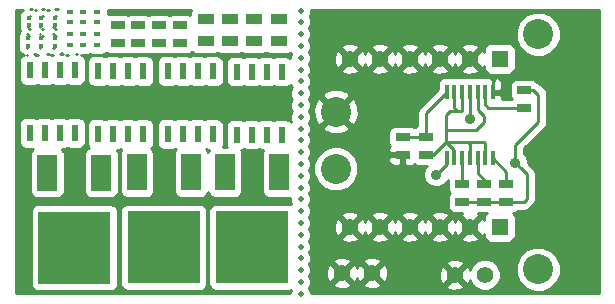
<source format=gbl>
G04 (created by PCBNEW (2013-07-07 BZR 4022)-stable) date 1/31/2014 1:18:34 AM*
%MOIN*%
G04 Gerber Fmt 3.4, Leading zero omitted, Abs format*
%FSLAX34Y34*%
G01*
G70*
G90*
G04 APERTURE LIST*
%ADD10C,0.00590551*%
%ADD11R,0.0118X0.0512*%
%ADD12R,0.045X0.025*%
%ADD13C,0.055*%
%ADD14C,0.1*%
%ADD15R,0.055X0.055*%
%ADD16R,0.065X0.12*%
%ADD17R,0.24X0.24*%
%ADD18R,0.0236X0.0551*%
%ADD19R,0.055X0.035*%
%ADD20R,0.0236X0.0157*%
%ADD21R,0.015748X0.011811*%
%ADD22C,0.019685*%
%ADD23C,0.035*%
%ADD24C,0.01*%
G04 APERTURE END LIST*
G54D10*
G54D11*
X79920Y-59860D03*
X80170Y-59860D03*
X80430Y-59860D03*
X80680Y-59860D03*
X80940Y-59860D03*
X81195Y-59860D03*
X81450Y-59860D03*
X81450Y-62060D03*
X81195Y-62060D03*
X80940Y-62060D03*
X80680Y-62060D03*
X80425Y-62060D03*
X80170Y-62060D03*
X79915Y-62060D03*
G54D12*
X78440Y-61340D03*
X78440Y-61940D03*
X79220Y-61340D03*
X79220Y-61940D03*
X80420Y-62900D03*
X80420Y-63500D03*
X81160Y-62900D03*
X81160Y-63500D03*
X81900Y-62900D03*
X81900Y-63500D03*
X82480Y-60380D03*
X82480Y-59780D03*
G54D13*
X81180Y-65940D03*
X80180Y-65940D03*
G54D14*
X82960Y-57920D03*
X82960Y-65760D03*
X76220Y-60500D03*
X76220Y-62400D03*
G54D15*
X81680Y-64340D03*
G54D13*
X80680Y-64340D03*
X79680Y-64340D03*
X78680Y-64340D03*
X77680Y-64340D03*
X76680Y-64340D03*
G54D15*
X81680Y-58740D03*
G54D13*
X80680Y-58740D03*
X79680Y-58740D03*
X78680Y-58740D03*
X77680Y-58740D03*
X76680Y-58740D03*
G54D16*
X72520Y-62520D03*
G54D17*
X73420Y-65020D03*
G54D16*
X74320Y-62520D03*
X69580Y-62520D03*
G54D17*
X70480Y-65020D03*
G54D16*
X71380Y-62520D03*
X66600Y-62540D03*
G54D17*
X67500Y-65040D03*
G54D16*
X68400Y-62540D03*
G54D18*
X72910Y-61270D03*
X72910Y-59170D03*
X73410Y-61270D03*
X73910Y-61270D03*
X74410Y-61270D03*
X73410Y-59170D03*
X73910Y-59170D03*
X74410Y-59170D03*
X70610Y-61250D03*
X70610Y-59150D03*
X71110Y-61250D03*
X71610Y-61250D03*
X72110Y-61250D03*
X71110Y-59150D03*
X71610Y-59150D03*
X72110Y-59150D03*
X68290Y-61250D03*
X68290Y-59150D03*
X68790Y-61250D03*
X69290Y-61250D03*
X69790Y-61250D03*
X68790Y-59150D03*
X69290Y-59150D03*
X69790Y-59150D03*
X66010Y-61210D03*
X66010Y-59110D03*
X66510Y-61210D03*
X67010Y-61210D03*
X67510Y-61210D03*
X66510Y-59110D03*
X67010Y-59110D03*
X67510Y-59110D03*
G54D19*
X74320Y-57405D03*
X74320Y-58155D03*
X73500Y-57405D03*
X73500Y-58155D03*
X72680Y-57405D03*
X72680Y-58155D03*
X71880Y-57405D03*
X71880Y-58155D03*
G54D12*
X71020Y-57620D03*
X71020Y-58220D03*
X70320Y-57620D03*
X70320Y-58220D03*
X69620Y-57620D03*
X69620Y-58220D03*
X68940Y-57620D03*
X68940Y-58220D03*
G54D20*
X68260Y-57923D03*
X68260Y-58277D03*
X68260Y-57517D03*
X68260Y-57163D03*
X67800Y-57923D03*
X67800Y-58277D03*
X67800Y-57163D03*
X67800Y-57517D03*
X67340Y-57923D03*
X67340Y-58277D03*
X67340Y-57163D03*
X67340Y-57517D03*
G54D21*
X66840Y-58061D03*
X66840Y-58298D03*
X66840Y-57381D03*
X66840Y-57618D03*
X66400Y-58061D03*
X66400Y-58298D03*
X66400Y-57381D03*
X66400Y-57618D03*
X65960Y-58061D03*
X65960Y-58298D03*
X65980Y-57381D03*
X65980Y-57618D03*
G54D13*
X76420Y-65880D03*
X77420Y-65880D03*
G54D22*
X75040Y-58313D03*
X75040Y-57920D03*
X75040Y-57526D03*
X75040Y-59493D03*
X75040Y-59100D03*
X75040Y-58706D03*
X75040Y-57140D03*
X75040Y-60673D03*
X75040Y-60280D03*
X75040Y-59886D03*
X75040Y-61853D03*
X75040Y-61460D03*
X75040Y-61066D03*
X75040Y-63033D03*
X75040Y-62640D03*
X75040Y-62246D03*
X75040Y-64213D03*
X75040Y-63820D03*
X75040Y-63426D03*
X75040Y-65393D03*
X75040Y-65000D03*
X75040Y-64606D03*
X75040Y-66573D03*
X75040Y-66180D03*
X75040Y-65786D03*
G54D23*
X83300Y-61720D03*
X78680Y-60700D03*
X82200Y-62200D03*
X80680Y-60760D03*
X79560Y-62600D03*
G54D24*
X81450Y-59860D02*
X81450Y-59410D01*
X81450Y-59410D02*
X81460Y-59400D01*
X81160Y-62900D02*
X81160Y-62780D01*
X80940Y-62560D02*
X80940Y-62060D01*
X81160Y-62780D02*
X80940Y-62560D01*
X82480Y-59780D02*
X82800Y-59780D01*
X82200Y-61600D02*
X82200Y-62200D01*
X82960Y-60840D02*
X82200Y-61600D01*
X82960Y-59940D02*
X82960Y-60840D01*
X82800Y-59780D02*
X82960Y-59940D01*
X81900Y-63500D02*
X82480Y-63500D01*
X82580Y-62580D02*
X82380Y-62380D01*
X82380Y-62380D02*
X82200Y-62200D01*
X82580Y-63400D02*
X82580Y-62580D01*
X82480Y-63500D02*
X82580Y-63400D01*
X80420Y-63500D02*
X81160Y-63500D01*
X81160Y-63500D02*
X81900Y-63500D01*
X80420Y-62900D02*
X80420Y-62065D01*
X80420Y-62065D02*
X80425Y-62060D01*
X79220Y-61340D02*
X79220Y-60560D01*
X79220Y-60560D02*
X79920Y-59860D01*
X79220Y-61340D02*
X78440Y-61340D01*
X79900Y-61120D02*
X80880Y-61120D01*
X80940Y-60440D02*
X80940Y-59860D01*
X81160Y-60660D02*
X80940Y-60440D01*
X81160Y-60840D02*
X81160Y-60660D01*
X80880Y-61120D02*
X81160Y-60840D01*
X80630Y-61500D02*
X81140Y-61500D01*
X81195Y-61555D02*
X81195Y-62060D01*
X81140Y-61500D02*
X81195Y-61555D01*
X79900Y-61500D02*
X80630Y-61500D01*
X80630Y-61500D02*
X80600Y-61500D01*
X80680Y-61580D02*
X80680Y-62060D01*
X80600Y-61500D02*
X80680Y-61580D01*
X79220Y-61940D02*
X79460Y-61940D01*
X79460Y-61940D02*
X79900Y-61500D01*
X80170Y-59860D02*
X80170Y-60390D01*
X80170Y-60390D02*
X80260Y-60480D01*
X80430Y-59860D02*
X80430Y-60480D01*
X80430Y-60480D02*
X80420Y-60480D01*
X80170Y-62060D02*
X80170Y-61770D01*
X80020Y-60480D02*
X80260Y-60480D01*
X80260Y-60480D02*
X80420Y-60480D01*
X79900Y-60600D02*
X80020Y-60480D01*
X79900Y-61500D02*
X79900Y-61120D01*
X79900Y-61120D02*
X79900Y-60600D01*
X80170Y-61770D02*
X79900Y-61500D01*
X81900Y-62900D02*
X81900Y-62510D01*
X81900Y-62510D02*
X81450Y-62060D01*
X80680Y-59860D02*
X80680Y-60760D01*
X82480Y-60380D02*
X81300Y-60380D01*
X81180Y-59875D02*
X81195Y-59860D01*
X81180Y-60260D02*
X81180Y-59875D01*
X81300Y-60380D02*
X81180Y-60260D01*
X79915Y-62060D02*
X79915Y-62245D01*
X79915Y-62245D02*
X79560Y-62600D01*
G54D10*
G36*
X85000Y-66540D02*
X83710Y-66540D01*
X83710Y-65611D01*
X83710Y-57771D01*
X83596Y-57495D01*
X83385Y-57284D01*
X83109Y-57170D01*
X82811Y-57169D01*
X82535Y-57283D01*
X82324Y-57494D01*
X82210Y-57770D01*
X82209Y-58068D01*
X82323Y-58344D01*
X82534Y-58555D01*
X82810Y-58669D01*
X83108Y-58670D01*
X83384Y-58556D01*
X83595Y-58345D01*
X83709Y-58069D01*
X83710Y-57771D01*
X83710Y-65611D01*
X83596Y-65335D01*
X83385Y-65124D01*
X83260Y-65072D01*
X83260Y-60840D01*
X83260Y-59940D01*
X83237Y-59825D01*
X83172Y-59727D01*
X83172Y-59727D01*
X83012Y-59567D01*
X82914Y-59502D01*
X82904Y-59500D01*
X82846Y-59443D01*
X82754Y-59405D01*
X82655Y-59404D01*
X82205Y-59404D01*
X82205Y-59405D01*
X82205Y-58965D01*
X82205Y-58415D01*
X82167Y-58323D01*
X82096Y-58253D01*
X82004Y-58215D01*
X81905Y-58214D01*
X81355Y-58214D01*
X81263Y-58252D01*
X81193Y-58323D01*
X81155Y-58415D01*
X81154Y-58502D01*
X81140Y-58467D01*
X81047Y-58442D01*
X80977Y-58513D01*
X80977Y-58372D01*
X80952Y-58279D01*
X80755Y-58210D01*
X80547Y-58221D01*
X80407Y-58279D01*
X80382Y-58372D01*
X80680Y-58669D01*
X80977Y-58372D01*
X80977Y-58513D01*
X80750Y-58740D01*
X81047Y-59037D01*
X81140Y-59012D01*
X81154Y-58971D01*
X81154Y-59064D01*
X81192Y-59156D01*
X81263Y-59226D01*
X81355Y-59264D01*
X81454Y-59265D01*
X82004Y-59265D01*
X82096Y-59227D01*
X82166Y-59156D01*
X82204Y-59064D01*
X82205Y-58965D01*
X82205Y-59405D01*
X82113Y-59442D01*
X82043Y-59513D01*
X82005Y-59605D01*
X82004Y-59704D01*
X82004Y-59954D01*
X82042Y-60046D01*
X82076Y-60079D01*
X82076Y-60080D01*
X81759Y-60080D01*
X81759Y-60066D01*
X81759Y-59972D01*
X81696Y-59910D01*
X81504Y-59910D01*
X81504Y-59810D01*
X81696Y-59810D01*
X81759Y-59747D01*
X81759Y-59653D01*
X81758Y-59554D01*
X81720Y-59462D01*
X81650Y-59391D01*
X81558Y-59353D01*
X81542Y-59354D01*
X81479Y-59416D01*
X81479Y-59495D01*
X81466Y-59462D01*
X81420Y-59416D01*
X81420Y-59416D01*
X81358Y-59354D01*
X81341Y-59353D01*
X81322Y-59361D01*
X81303Y-59354D01*
X81204Y-59353D01*
X81086Y-59353D01*
X81067Y-59361D01*
X81048Y-59354D01*
X80977Y-59353D01*
X80977Y-59107D01*
X80680Y-58810D01*
X80609Y-58881D01*
X80609Y-58740D01*
X80312Y-58442D01*
X80219Y-58467D01*
X80183Y-58570D01*
X80140Y-58467D01*
X80047Y-58442D01*
X79977Y-58513D01*
X79977Y-58372D01*
X79952Y-58279D01*
X79755Y-58210D01*
X79547Y-58221D01*
X79407Y-58279D01*
X79382Y-58372D01*
X79680Y-58669D01*
X79977Y-58372D01*
X79977Y-58513D01*
X79750Y-58740D01*
X80047Y-59037D01*
X80140Y-59012D01*
X80176Y-58909D01*
X80219Y-59012D01*
X80312Y-59037D01*
X80609Y-58740D01*
X80609Y-58881D01*
X80382Y-59107D01*
X80407Y-59200D01*
X80604Y-59269D01*
X80812Y-59258D01*
X80952Y-59200D01*
X80977Y-59107D01*
X80977Y-59353D01*
X80949Y-59353D01*
X80831Y-59353D01*
X80810Y-59362D01*
X80788Y-59354D01*
X80689Y-59353D01*
X80571Y-59353D01*
X80555Y-59360D01*
X80538Y-59354D01*
X80439Y-59353D01*
X80321Y-59353D01*
X80300Y-59362D01*
X80278Y-59354D01*
X80179Y-59353D01*
X80061Y-59353D01*
X80045Y-59360D01*
X80028Y-59354D01*
X79977Y-59353D01*
X79977Y-59107D01*
X79680Y-58810D01*
X79609Y-58881D01*
X79609Y-58740D01*
X79312Y-58442D01*
X79219Y-58467D01*
X79183Y-58570D01*
X79140Y-58467D01*
X79047Y-58442D01*
X78977Y-58513D01*
X78977Y-58372D01*
X78952Y-58279D01*
X78755Y-58210D01*
X78547Y-58221D01*
X78407Y-58279D01*
X78382Y-58372D01*
X78680Y-58669D01*
X78977Y-58372D01*
X78977Y-58513D01*
X78750Y-58740D01*
X79047Y-59037D01*
X79140Y-59012D01*
X79176Y-58909D01*
X79219Y-59012D01*
X79312Y-59037D01*
X79609Y-58740D01*
X79609Y-58881D01*
X79382Y-59107D01*
X79407Y-59200D01*
X79604Y-59269D01*
X79812Y-59258D01*
X79952Y-59200D01*
X79977Y-59107D01*
X79977Y-59353D01*
X79929Y-59353D01*
X79811Y-59353D01*
X79719Y-59391D01*
X79649Y-59462D01*
X79611Y-59554D01*
X79610Y-59653D01*
X79610Y-59744D01*
X79007Y-60347D01*
X78977Y-60393D01*
X78977Y-59107D01*
X78680Y-58810D01*
X78609Y-58881D01*
X78609Y-58740D01*
X78312Y-58442D01*
X78219Y-58467D01*
X78183Y-58570D01*
X78140Y-58467D01*
X78047Y-58442D01*
X77977Y-58513D01*
X77977Y-58372D01*
X77952Y-58279D01*
X77755Y-58210D01*
X77547Y-58221D01*
X77407Y-58279D01*
X77382Y-58372D01*
X77680Y-58669D01*
X77977Y-58372D01*
X77977Y-58513D01*
X77750Y-58740D01*
X78047Y-59037D01*
X78140Y-59012D01*
X78176Y-58909D01*
X78219Y-59012D01*
X78312Y-59037D01*
X78609Y-58740D01*
X78609Y-58881D01*
X78382Y-59107D01*
X78407Y-59200D01*
X78604Y-59269D01*
X78812Y-59258D01*
X78952Y-59200D01*
X78977Y-59107D01*
X78977Y-60393D01*
X78942Y-60445D01*
X78920Y-60560D01*
X78920Y-60975D01*
X78853Y-61002D01*
X78830Y-61026D01*
X78806Y-61003D01*
X78714Y-60965D01*
X78615Y-60964D01*
X78165Y-60964D01*
X78073Y-61002D01*
X78003Y-61073D01*
X77977Y-61136D01*
X77977Y-59107D01*
X77680Y-58810D01*
X77609Y-58881D01*
X77609Y-58740D01*
X77312Y-58442D01*
X77219Y-58467D01*
X77183Y-58570D01*
X77140Y-58467D01*
X77047Y-58442D01*
X76977Y-58513D01*
X76977Y-58372D01*
X76952Y-58279D01*
X76755Y-58210D01*
X76547Y-58221D01*
X76407Y-58279D01*
X76382Y-58372D01*
X76680Y-58669D01*
X76977Y-58372D01*
X76977Y-58513D01*
X76750Y-58740D01*
X77047Y-59037D01*
X77140Y-59012D01*
X77176Y-58909D01*
X77219Y-59012D01*
X77312Y-59037D01*
X77609Y-58740D01*
X77609Y-58881D01*
X77382Y-59107D01*
X77407Y-59200D01*
X77604Y-59269D01*
X77812Y-59258D01*
X77952Y-59200D01*
X77977Y-59107D01*
X77977Y-61136D01*
X77965Y-61165D01*
X77964Y-61264D01*
X77964Y-61514D01*
X78002Y-61606D01*
X78036Y-61640D01*
X78002Y-61673D01*
X77964Y-61765D01*
X77965Y-61827D01*
X78027Y-61890D01*
X78390Y-61890D01*
X78390Y-61882D01*
X78490Y-61882D01*
X78490Y-61890D01*
X78497Y-61890D01*
X78497Y-61990D01*
X78490Y-61990D01*
X78490Y-62252D01*
X78552Y-62315D01*
X78615Y-62315D01*
X78714Y-62314D01*
X78806Y-62276D01*
X78830Y-62253D01*
X78853Y-62276D01*
X78945Y-62314D01*
X79044Y-62315D01*
X79243Y-62315D01*
X79199Y-62358D01*
X79135Y-62515D01*
X79134Y-62684D01*
X79199Y-62840D01*
X79318Y-62960D01*
X79475Y-63024D01*
X79644Y-63025D01*
X79800Y-62960D01*
X79920Y-62841D01*
X79944Y-62781D01*
X79944Y-62824D01*
X79944Y-63074D01*
X79982Y-63166D01*
X80016Y-63199D01*
X79983Y-63233D01*
X79945Y-63325D01*
X79944Y-63424D01*
X79944Y-63674D01*
X79982Y-63766D01*
X80053Y-63836D01*
X80145Y-63874D01*
X80244Y-63875D01*
X80417Y-63875D01*
X80407Y-63879D01*
X80382Y-63972D01*
X80680Y-64269D01*
X80977Y-63972D01*
X80952Y-63879D01*
X80940Y-63875D01*
X80984Y-63875D01*
X81241Y-63875D01*
X81193Y-63923D01*
X81155Y-64015D01*
X81154Y-64102D01*
X81140Y-64067D01*
X81047Y-64042D01*
X80750Y-64340D01*
X81047Y-64637D01*
X81140Y-64612D01*
X81154Y-64571D01*
X81154Y-64664D01*
X81192Y-64756D01*
X81263Y-64826D01*
X81355Y-64864D01*
X81454Y-64865D01*
X82004Y-64865D01*
X82096Y-64827D01*
X82166Y-64756D01*
X82204Y-64664D01*
X82205Y-64565D01*
X82205Y-64015D01*
X82167Y-63923D01*
X82118Y-63875D01*
X82174Y-63875D01*
X82266Y-63837D01*
X82303Y-63800D01*
X82480Y-63800D01*
X82480Y-63799D01*
X82594Y-63777D01*
X82594Y-63777D01*
X82692Y-63712D01*
X82792Y-63612D01*
X82792Y-63612D01*
X82857Y-63514D01*
X82879Y-63400D01*
X82880Y-63400D01*
X82880Y-62580D01*
X82857Y-62465D01*
X82792Y-62367D01*
X82792Y-62367D01*
X82624Y-62200D01*
X82625Y-62115D01*
X82560Y-61959D01*
X82500Y-61898D01*
X82500Y-61724D01*
X83172Y-61052D01*
X83172Y-61052D01*
X83237Y-60954D01*
X83259Y-60840D01*
X83260Y-60840D01*
X83260Y-65072D01*
X83109Y-65010D01*
X82811Y-65009D01*
X82535Y-65123D01*
X82324Y-65334D01*
X82210Y-65610D01*
X82209Y-65908D01*
X82323Y-66184D01*
X82534Y-66395D01*
X82810Y-66509D01*
X83108Y-66510D01*
X83384Y-66396D01*
X83595Y-66185D01*
X83709Y-65909D01*
X83710Y-65611D01*
X83710Y-66540D01*
X81705Y-66540D01*
X81705Y-65836D01*
X81625Y-65643D01*
X81477Y-65495D01*
X81284Y-65415D01*
X81076Y-65414D01*
X80977Y-65455D01*
X80977Y-64707D01*
X80680Y-64410D01*
X80609Y-64481D01*
X80609Y-64340D01*
X80312Y-64042D01*
X80219Y-64067D01*
X80183Y-64170D01*
X80140Y-64067D01*
X80047Y-64042D01*
X79977Y-64113D01*
X79977Y-63972D01*
X79952Y-63879D01*
X79755Y-63810D01*
X79547Y-63821D01*
X79407Y-63879D01*
X79382Y-63972D01*
X79680Y-64269D01*
X79977Y-63972D01*
X79977Y-64113D01*
X79750Y-64340D01*
X80047Y-64637D01*
X80140Y-64612D01*
X80176Y-64509D01*
X80219Y-64612D01*
X80312Y-64637D01*
X80609Y-64340D01*
X80609Y-64481D01*
X80382Y-64707D01*
X80407Y-64800D01*
X80604Y-64869D01*
X80812Y-64858D01*
X80952Y-64800D01*
X80977Y-64707D01*
X80977Y-65455D01*
X80883Y-65494D01*
X80735Y-65642D01*
X80682Y-65768D01*
X80640Y-65667D01*
X80547Y-65642D01*
X80477Y-65713D01*
X80477Y-65572D01*
X80452Y-65479D01*
X80255Y-65410D01*
X80047Y-65421D01*
X79977Y-65450D01*
X79977Y-64707D01*
X79680Y-64410D01*
X79609Y-64481D01*
X79609Y-64340D01*
X79312Y-64042D01*
X79219Y-64067D01*
X79183Y-64170D01*
X79140Y-64067D01*
X79047Y-64042D01*
X78977Y-64113D01*
X78977Y-63972D01*
X78952Y-63879D01*
X78755Y-63810D01*
X78547Y-63821D01*
X78407Y-63879D01*
X78390Y-63945D01*
X78390Y-62252D01*
X78390Y-61990D01*
X78027Y-61990D01*
X77965Y-62052D01*
X77964Y-62114D01*
X78002Y-62206D01*
X78073Y-62276D01*
X78165Y-62314D01*
X78264Y-62315D01*
X78327Y-62315D01*
X78390Y-62252D01*
X78390Y-63945D01*
X78382Y-63972D01*
X78680Y-64269D01*
X78977Y-63972D01*
X78977Y-64113D01*
X78750Y-64340D01*
X79047Y-64637D01*
X79140Y-64612D01*
X79176Y-64509D01*
X79219Y-64612D01*
X79312Y-64637D01*
X79609Y-64340D01*
X79609Y-64481D01*
X79382Y-64707D01*
X79407Y-64800D01*
X79604Y-64869D01*
X79812Y-64858D01*
X79952Y-64800D01*
X79977Y-64707D01*
X79977Y-65450D01*
X79907Y-65479D01*
X79882Y-65572D01*
X80180Y-65869D01*
X80477Y-65572D01*
X80477Y-65713D01*
X80250Y-65940D01*
X80547Y-66237D01*
X80640Y-66212D01*
X80679Y-66102D01*
X80734Y-66237D01*
X80882Y-66384D01*
X81075Y-66464D01*
X81283Y-66465D01*
X81477Y-66385D01*
X81624Y-66237D01*
X81704Y-66044D01*
X81705Y-65836D01*
X81705Y-66540D01*
X80477Y-66540D01*
X80477Y-66307D01*
X80180Y-66010D01*
X80109Y-66081D01*
X80109Y-65940D01*
X79812Y-65642D01*
X79719Y-65667D01*
X79650Y-65864D01*
X79661Y-66072D01*
X79719Y-66212D01*
X79812Y-66237D01*
X80109Y-65940D01*
X80109Y-66081D01*
X79882Y-66307D01*
X79907Y-66400D01*
X80104Y-66469D01*
X80312Y-66458D01*
X80452Y-66400D01*
X80477Y-66307D01*
X80477Y-66540D01*
X78977Y-66540D01*
X78977Y-64707D01*
X78680Y-64410D01*
X78609Y-64481D01*
X78609Y-64340D01*
X78312Y-64042D01*
X78219Y-64067D01*
X78183Y-64170D01*
X78140Y-64067D01*
X78047Y-64042D01*
X77977Y-64113D01*
X77977Y-63972D01*
X77952Y-63879D01*
X77755Y-63810D01*
X77547Y-63821D01*
X77407Y-63879D01*
X77382Y-63972D01*
X77680Y-64269D01*
X77977Y-63972D01*
X77977Y-64113D01*
X77750Y-64340D01*
X78047Y-64637D01*
X78140Y-64612D01*
X78176Y-64509D01*
X78219Y-64612D01*
X78312Y-64637D01*
X78609Y-64340D01*
X78609Y-64481D01*
X78382Y-64707D01*
X78407Y-64800D01*
X78604Y-64869D01*
X78812Y-64858D01*
X78952Y-64800D01*
X78977Y-64707D01*
X78977Y-66540D01*
X77977Y-66540D01*
X77977Y-64707D01*
X77680Y-64410D01*
X77609Y-64481D01*
X77609Y-64340D01*
X77312Y-64042D01*
X77219Y-64067D01*
X77183Y-64170D01*
X77140Y-64067D01*
X77047Y-64042D01*
X76977Y-64113D01*
X76977Y-63972D01*
X76977Y-59107D01*
X76680Y-58810D01*
X76609Y-58881D01*
X76609Y-58740D01*
X76312Y-58442D01*
X76219Y-58467D01*
X76150Y-58664D01*
X76161Y-58872D01*
X76219Y-59012D01*
X76312Y-59037D01*
X76609Y-58740D01*
X76609Y-58881D01*
X76382Y-59107D01*
X76407Y-59200D01*
X76604Y-59269D01*
X76812Y-59258D01*
X76952Y-59200D01*
X76977Y-59107D01*
X76977Y-63972D01*
X76973Y-63959D01*
X76973Y-60629D01*
X76965Y-60331D01*
X76866Y-60091D01*
X76750Y-60040D01*
X76679Y-60110D01*
X76679Y-59969D01*
X76628Y-59853D01*
X76349Y-59746D01*
X76051Y-59754D01*
X75811Y-59853D01*
X75760Y-59969D01*
X76220Y-60429D01*
X76679Y-59969D01*
X76679Y-60110D01*
X76290Y-60500D01*
X76750Y-60959D01*
X76866Y-60908D01*
X76973Y-60629D01*
X76973Y-63959D01*
X76970Y-63945D01*
X76970Y-62251D01*
X76856Y-61975D01*
X76679Y-61799D01*
X76679Y-61030D01*
X76220Y-60570D01*
X76149Y-60641D01*
X76149Y-60500D01*
X75689Y-60040D01*
X75573Y-60091D01*
X75466Y-60370D01*
X75474Y-60668D01*
X75573Y-60908D01*
X75689Y-60959D01*
X76149Y-60500D01*
X76149Y-60641D01*
X75760Y-61030D01*
X75811Y-61146D01*
X76090Y-61253D01*
X76388Y-61245D01*
X76628Y-61146D01*
X76679Y-61030D01*
X76679Y-61799D01*
X76645Y-61764D01*
X76369Y-61650D01*
X76071Y-61649D01*
X75795Y-61763D01*
X75584Y-61974D01*
X75470Y-62250D01*
X75469Y-62548D01*
X75583Y-62824D01*
X75794Y-63035D01*
X76070Y-63149D01*
X76368Y-63150D01*
X76644Y-63036D01*
X76855Y-62825D01*
X76969Y-62549D01*
X76970Y-62251D01*
X76970Y-63945D01*
X76952Y-63879D01*
X76755Y-63810D01*
X76547Y-63821D01*
X76407Y-63879D01*
X76382Y-63972D01*
X76680Y-64269D01*
X76977Y-63972D01*
X76977Y-64113D01*
X76750Y-64340D01*
X77047Y-64637D01*
X77140Y-64612D01*
X77176Y-64509D01*
X77219Y-64612D01*
X77312Y-64637D01*
X77609Y-64340D01*
X77609Y-64481D01*
X77382Y-64707D01*
X77407Y-64800D01*
X77604Y-64869D01*
X77812Y-64858D01*
X77952Y-64800D01*
X77977Y-64707D01*
X77977Y-66540D01*
X77949Y-66540D01*
X77949Y-65955D01*
X77938Y-65747D01*
X77880Y-65607D01*
X77787Y-65582D01*
X77717Y-65653D01*
X77717Y-65512D01*
X77692Y-65419D01*
X77495Y-65350D01*
X77287Y-65361D01*
X77147Y-65419D01*
X77122Y-65512D01*
X77420Y-65809D01*
X77717Y-65512D01*
X77717Y-65653D01*
X77490Y-65880D01*
X77787Y-66177D01*
X77880Y-66152D01*
X77949Y-65955D01*
X77949Y-66540D01*
X77717Y-66540D01*
X77717Y-66247D01*
X77420Y-65950D01*
X77349Y-66021D01*
X77349Y-65880D01*
X77052Y-65582D01*
X76977Y-65602D01*
X76977Y-64707D01*
X76680Y-64410D01*
X76609Y-64481D01*
X76609Y-64340D01*
X76312Y-64042D01*
X76219Y-64067D01*
X76150Y-64264D01*
X76161Y-64472D01*
X76219Y-64612D01*
X76312Y-64637D01*
X76609Y-64340D01*
X76609Y-64481D01*
X76382Y-64707D01*
X76407Y-64800D01*
X76604Y-64869D01*
X76812Y-64858D01*
X76952Y-64800D01*
X76977Y-64707D01*
X76977Y-65602D01*
X76959Y-65607D01*
X76923Y-65710D01*
X76880Y-65607D01*
X76787Y-65582D01*
X76717Y-65653D01*
X76717Y-65512D01*
X76692Y-65419D01*
X76495Y-65350D01*
X76287Y-65361D01*
X76147Y-65419D01*
X76122Y-65512D01*
X76420Y-65809D01*
X76717Y-65512D01*
X76717Y-65653D01*
X76490Y-65880D01*
X76787Y-66177D01*
X76880Y-66152D01*
X76916Y-66049D01*
X76959Y-66152D01*
X77052Y-66177D01*
X77349Y-65880D01*
X77349Y-66021D01*
X77122Y-66247D01*
X77147Y-66340D01*
X77344Y-66409D01*
X77552Y-66398D01*
X77692Y-66340D01*
X77717Y-66247D01*
X77717Y-66540D01*
X76717Y-66540D01*
X76717Y-66247D01*
X76420Y-65950D01*
X76349Y-66021D01*
X76349Y-65880D01*
X76052Y-65582D01*
X75959Y-65607D01*
X75890Y-65804D01*
X75901Y-66012D01*
X75959Y-66152D01*
X76052Y-66177D01*
X76349Y-65880D01*
X76349Y-66021D01*
X76122Y-66247D01*
X76147Y-66340D01*
X76344Y-66409D01*
X76552Y-66398D01*
X76692Y-66340D01*
X76717Y-66247D01*
X76717Y-66540D01*
X75388Y-66540D01*
X75388Y-66504D01*
X75335Y-66376D01*
X75388Y-66249D01*
X75388Y-66110D01*
X75335Y-65982D01*
X75388Y-65855D01*
X75388Y-65717D01*
X75335Y-65589D01*
X75388Y-65463D01*
X75388Y-65324D01*
X75335Y-65196D01*
X75388Y-65069D01*
X75388Y-64930D01*
X75335Y-64802D01*
X75388Y-64675D01*
X75388Y-64537D01*
X75335Y-64409D01*
X75388Y-64283D01*
X75388Y-64144D01*
X75335Y-64016D01*
X75388Y-63889D01*
X75388Y-63750D01*
X75335Y-63622D01*
X75388Y-63495D01*
X75388Y-63357D01*
X75335Y-63229D01*
X75388Y-63103D01*
X75388Y-62964D01*
X75335Y-62836D01*
X75388Y-62709D01*
X75388Y-62570D01*
X75335Y-62442D01*
X75388Y-62315D01*
X75388Y-62177D01*
X75335Y-62049D01*
X75388Y-61923D01*
X75388Y-61784D01*
X75335Y-61656D01*
X75388Y-61529D01*
X75388Y-61390D01*
X75335Y-61262D01*
X75388Y-61135D01*
X75388Y-60997D01*
X75335Y-60869D01*
X75388Y-60743D01*
X75388Y-60604D01*
X75335Y-60476D01*
X75388Y-60349D01*
X75388Y-60210D01*
X75335Y-60082D01*
X75388Y-59955D01*
X75388Y-59817D01*
X75335Y-59689D01*
X75388Y-59563D01*
X75388Y-59424D01*
X75335Y-59296D01*
X75388Y-59169D01*
X75388Y-59030D01*
X75335Y-58902D01*
X75388Y-58775D01*
X75388Y-58637D01*
X75335Y-58509D01*
X75388Y-58383D01*
X75388Y-58244D01*
X75335Y-58116D01*
X75388Y-57989D01*
X75388Y-57850D01*
X75335Y-57722D01*
X75388Y-57595D01*
X75388Y-57457D01*
X75337Y-57333D01*
X75388Y-57209D01*
X75388Y-57099D01*
X85000Y-57099D01*
X85000Y-66540D01*
X85000Y-66540D01*
G37*
G54D24*
X85000Y-66540D02*
X83710Y-66540D01*
X83710Y-65611D01*
X83710Y-57771D01*
X83596Y-57495D01*
X83385Y-57284D01*
X83109Y-57170D01*
X82811Y-57169D01*
X82535Y-57283D01*
X82324Y-57494D01*
X82210Y-57770D01*
X82209Y-58068D01*
X82323Y-58344D01*
X82534Y-58555D01*
X82810Y-58669D01*
X83108Y-58670D01*
X83384Y-58556D01*
X83595Y-58345D01*
X83709Y-58069D01*
X83710Y-57771D01*
X83710Y-65611D01*
X83596Y-65335D01*
X83385Y-65124D01*
X83260Y-65072D01*
X83260Y-60840D01*
X83260Y-59940D01*
X83237Y-59825D01*
X83172Y-59727D01*
X83172Y-59727D01*
X83012Y-59567D01*
X82914Y-59502D01*
X82904Y-59500D01*
X82846Y-59443D01*
X82754Y-59405D01*
X82655Y-59404D01*
X82205Y-59404D01*
X82205Y-59405D01*
X82205Y-58965D01*
X82205Y-58415D01*
X82167Y-58323D01*
X82096Y-58253D01*
X82004Y-58215D01*
X81905Y-58214D01*
X81355Y-58214D01*
X81263Y-58252D01*
X81193Y-58323D01*
X81155Y-58415D01*
X81154Y-58502D01*
X81140Y-58467D01*
X81047Y-58442D01*
X80977Y-58513D01*
X80977Y-58372D01*
X80952Y-58279D01*
X80755Y-58210D01*
X80547Y-58221D01*
X80407Y-58279D01*
X80382Y-58372D01*
X80680Y-58669D01*
X80977Y-58372D01*
X80977Y-58513D01*
X80750Y-58740D01*
X81047Y-59037D01*
X81140Y-59012D01*
X81154Y-58971D01*
X81154Y-59064D01*
X81192Y-59156D01*
X81263Y-59226D01*
X81355Y-59264D01*
X81454Y-59265D01*
X82004Y-59265D01*
X82096Y-59227D01*
X82166Y-59156D01*
X82204Y-59064D01*
X82205Y-58965D01*
X82205Y-59405D01*
X82113Y-59442D01*
X82043Y-59513D01*
X82005Y-59605D01*
X82004Y-59704D01*
X82004Y-59954D01*
X82042Y-60046D01*
X82076Y-60079D01*
X82076Y-60080D01*
X81759Y-60080D01*
X81759Y-60066D01*
X81759Y-59972D01*
X81696Y-59910D01*
X81504Y-59910D01*
X81504Y-59810D01*
X81696Y-59810D01*
X81759Y-59747D01*
X81759Y-59653D01*
X81758Y-59554D01*
X81720Y-59462D01*
X81650Y-59391D01*
X81558Y-59353D01*
X81542Y-59354D01*
X81479Y-59416D01*
X81479Y-59495D01*
X81466Y-59462D01*
X81420Y-59416D01*
X81420Y-59416D01*
X81358Y-59354D01*
X81341Y-59353D01*
X81322Y-59361D01*
X81303Y-59354D01*
X81204Y-59353D01*
X81086Y-59353D01*
X81067Y-59361D01*
X81048Y-59354D01*
X80977Y-59353D01*
X80977Y-59107D01*
X80680Y-58810D01*
X80609Y-58881D01*
X80609Y-58740D01*
X80312Y-58442D01*
X80219Y-58467D01*
X80183Y-58570D01*
X80140Y-58467D01*
X80047Y-58442D01*
X79977Y-58513D01*
X79977Y-58372D01*
X79952Y-58279D01*
X79755Y-58210D01*
X79547Y-58221D01*
X79407Y-58279D01*
X79382Y-58372D01*
X79680Y-58669D01*
X79977Y-58372D01*
X79977Y-58513D01*
X79750Y-58740D01*
X80047Y-59037D01*
X80140Y-59012D01*
X80176Y-58909D01*
X80219Y-59012D01*
X80312Y-59037D01*
X80609Y-58740D01*
X80609Y-58881D01*
X80382Y-59107D01*
X80407Y-59200D01*
X80604Y-59269D01*
X80812Y-59258D01*
X80952Y-59200D01*
X80977Y-59107D01*
X80977Y-59353D01*
X80949Y-59353D01*
X80831Y-59353D01*
X80810Y-59362D01*
X80788Y-59354D01*
X80689Y-59353D01*
X80571Y-59353D01*
X80555Y-59360D01*
X80538Y-59354D01*
X80439Y-59353D01*
X80321Y-59353D01*
X80300Y-59362D01*
X80278Y-59354D01*
X80179Y-59353D01*
X80061Y-59353D01*
X80045Y-59360D01*
X80028Y-59354D01*
X79977Y-59353D01*
X79977Y-59107D01*
X79680Y-58810D01*
X79609Y-58881D01*
X79609Y-58740D01*
X79312Y-58442D01*
X79219Y-58467D01*
X79183Y-58570D01*
X79140Y-58467D01*
X79047Y-58442D01*
X78977Y-58513D01*
X78977Y-58372D01*
X78952Y-58279D01*
X78755Y-58210D01*
X78547Y-58221D01*
X78407Y-58279D01*
X78382Y-58372D01*
X78680Y-58669D01*
X78977Y-58372D01*
X78977Y-58513D01*
X78750Y-58740D01*
X79047Y-59037D01*
X79140Y-59012D01*
X79176Y-58909D01*
X79219Y-59012D01*
X79312Y-59037D01*
X79609Y-58740D01*
X79609Y-58881D01*
X79382Y-59107D01*
X79407Y-59200D01*
X79604Y-59269D01*
X79812Y-59258D01*
X79952Y-59200D01*
X79977Y-59107D01*
X79977Y-59353D01*
X79929Y-59353D01*
X79811Y-59353D01*
X79719Y-59391D01*
X79649Y-59462D01*
X79611Y-59554D01*
X79610Y-59653D01*
X79610Y-59744D01*
X79007Y-60347D01*
X78977Y-60393D01*
X78977Y-59107D01*
X78680Y-58810D01*
X78609Y-58881D01*
X78609Y-58740D01*
X78312Y-58442D01*
X78219Y-58467D01*
X78183Y-58570D01*
X78140Y-58467D01*
X78047Y-58442D01*
X77977Y-58513D01*
X77977Y-58372D01*
X77952Y-58279D01*
X77755Y-58210D01*
X77547Y-58221D01*
X77407Y-58279D01*
X77382Y-58372D01*
X77680Y-58669D01*
X77977Y-58372D01*
X77977Y-58513D01*
X77750Y-58740D01*
X78047Y-59037D01*
X78140Y-59012D01*
X78176Y-58909D01*
X78219Y-59012D01*
X78312Y-59037D01*
X78609Y-58740D01*
X78609Y-58881D01*
X78382Y-59107D01*
X78407Y-59200D01*
X78604Y-59269D01*
X78812Y-59258D01*
X78952Y-59200D01*
X78977Y-59107D01*
X78977Y-60393D01*
X78942Y-60445D01*
X78920Y-60560D01*
X78920Y-60975D01*
X78853Y-61002D01*
X78830Y-61026D01*
X78806Y-61003D01*
X78714Y-60965D01*
X78615Y-60964D01*
X78165Y-60964D01*
X78073Y-61002D01*
X78003Y-61073D01*
X77977Y-61136D01*
X77977Y-59107D01*
X77680Y-58810D01*
X77609Y-58881D01*
X77609Y-58740D01*
X77312Y-58442D01*
X77219Y-58467D01*
X77183Y-58570D01*
X77140Y-58467D01*
X77047Y-58442D01*
X76977Y-58513D01*
X76977Y-58372D01*
X76952Y-58279D01*
X76755Y-58210D01*
X76547Y-58221D01*
X76407Y-58279D01*
X76382Y-58372D01*
X76680Y-58669D01*
X76977Y-58372D01*
X76977Y-58513D01*
X76750Y-58740D01*
X77047Y-59037D01*
X77140Y-59012D01*
X77176Y-58909D01*
X77219Y-59012D01*
X77312Y-59037D01*
X77609Y-58740D01*
X77609Y-58881D01*
X77382Y-59107D01*
X77407Y-59200D01*
X77604Y-59269D01*
X77812Y-59258D01*
X77952Y-59200D01*
X77977Y-59107D01*
X77977Y-61136D01*
X77965Y-61165D01*
X77964Y-61264D01*
X77964Y-61514D01*
X78002Y-61606D01*
X78036Y-61640D01*
X78002Y-61673D01*
X77964Y-61765D01*
X77965Y-61827D01*
X78027Y-61890D01*
X78390Y-61890D01*
X78390Y-61882D01*
X78490Y-61882D01*
X78490Y-61890D01*
X78497Y-61890D01*
X78497Y-61990D01*
X78490Y-61990D01*
X78490Y-62252D01*
X78552Y-62315D01*
X78615Y-62315D01*
X78714Y-62314D01*
X78806Y-62276D01*
X78830Y-62253D01*
X78853Y-62276D01*
X78945Y-62314D01*
X79044Y-62315D01*
X79243Y-62315D01*
X79199Y-62358D01*
X79135Y-62515D01*
X79134Y-62684D01*
X79199Y-62840D01*
X79318Y-62960D01*
X79475Y-63024D01*
X79644Y-63025D01*
X79800Y-62960D01*
X79920Y-62841D01*
X79944Y-62781D01*
X79944Y-62824D01*
X79944Y-63074D01*
X79982Y-63166D01*
X80016Y-63199D01*
X79983Y-63233D01*
X79945Y-63325D01*
X79944Y-63424D01*
X79944Y-63674D01*
X79982Y-63766D01*
X80053Y-63836D01*
X80145Y-63874D01*
X80244Y-63875D01*
X80417Y-63875D01*
X80407Y-63879D01*
X80382Y-63972D01*
X80680Y-64269D01*
X80977Y-63972D01*
X80952Y-63879D01*
X80940Y-63875D01*
X80984Y-63875D01*
X81241Y-63875D01*
X81193Y-63923D01*
X81155Y-64015D01*
X81154Y-64102D01*
X81140Y-64067D01*
X81047Y-64042D01*
X80750Y-64340D01*
X81047Y-64637D01*
X81140Y-64612D01*
X81154Y-64571D01*
X81154Y-64664D01*
X81192Y-64756D01*
X81263Y-64826D01*
X81355Y-64864D01*
X81454Y-64865D01*
X82004Y-64865D01*
X82096Y-64827D01*
X82166Y-64756D01*
X82204Y-64664D01*
X82205Y-64565D01*
X82205Y-64015D01*
X82167Y-63923D01*
X82118Y-63875D01*
X82174Y-63875D01*
X82266Y-63837D01*
X82303Y-63800D01*
X82480Y-63800D01*
X82480Y-63799D01*
X82594Y-63777D01*
X82594Y-63777D01*
X82692Y-63712D01*
X82792Y-63612D01*
X82792Y-63612D01*
X82857Y-63514D01*
X82879Y-63400D01*
X82880Y-63400D01*
X82880Y-62580D01*
X82857Y-62465D01*
X82792Y-62367D01*
X82792Y-62367D01*
X82624Y-62200D01*
X82625Y-62115D01*
X82560Y-61959D01*
X82500Y-61898D01*
X82500Y-61724D01*
X83172Y-61052D01*
X83172Y-61052D01*
X83237Y-60954D01*
X83259Y-60840D01*
X83260Y-60840D01*
X83260Y-65072D01*
X83109Y-65010D01*
X82811Y-65009D01*
X82535Y-65123D01*
X82324Y-65334D01*
X82210Y-65610D01*
X82209Y-65908D01*
X82323Y-66184D01*
X82534Y-66395D01*
X82810Y-66509D01*
X83108Y-66510D01*
X83384Y-66396D01*
X83595Y-66185D01*
X83709Y-65909D01*
X83710Y-65611D01*
X83710Y-66540D01*
X81705Y-66540D01*
X81705Y-65836D01*
X81625Y-65643D01*
X81477Y-65495D01*
X81284Y-65415D01*
X81076Y-65414D01*
X80977Y-65455D01*
X80977Y-64707D01*
X80680Y-64410D01*
X80609Y-64481D01*
X80609Y-64340D01*
X80312Y-64042D01*
X80219Y-64067D01*
X80183Y-64170D01*
X80140Y-64067D01*
X80047Y-64042D01*
X79977Y-64113D01*
X79977Y-63972D01*
X79952Y-63879D01*
X79755Y-63810D01*
X79547Y-63821D01*
X79407Y-63879D01*
X79382Y-63972D01*
X79680Y-64269D01*
X79977Y-63972D01*
X79977Y-64113D01*
X79750Y-64340D01*
X80047Y-64637D01*
X80140Y-64612D01*
X80176Y-64509D01*
X80219Y-64612D01*
X80312Y-64637D01*
X80609Y-64340D01*
X80609Y-64481D01*
X80382Y-64707D01*
X80407Y-64800D01*
X80604Y-64869D01*
X80812Y-64858D01*
X80952Y-64800D01*
X80977Y-64707D01*
X80977Y-65455D01*
X80883Y-65494D01*
X80735Y-65642D01*
X80682Y-65768D01*
X80640Y-65667D01*
X80547Y-65642D01*
X80477Y-65713D01*
X80477Y-65572D01*
X80452Y-65479D01*
X80255Y-65410D01*
X80047Y-65421D01*
X79977Y-65450D01*
X79977Y-64707D01*
X79680Y-64410D01*
X79609Y-64481D01*
X79609Y-64340D01*
X79312Y-64042D01*
X79219Y-64067D01*
X79183Y-64170D01*
X79140Y-64067D01*
X79047Y-64042D01*
X78977Y-64113D01*
X78977Y-63972D01*
X78952Y-63879D01*
X78755Y-63810D01*
X78547Y-63821D01*
X78407Y-63879D01*
X78390Y-63945D01*
X78390Y-62252D01*
X78390Y-61990D01*
X78027Y-61990D01*
X77965Y-62052D01*
X77964Y-62114D01*
X78002Y-62206D01*
X78073Y-62276D01*
X78165Y-62314D01*
X78264Y-62315D01*
X78327Y-62315D01*
X78390Y-62252D01*
X78390Y-63945D01*
X78382Y-63972D01*
X78680Y-64269D01*
X78977Y-63972D01*
X78977Y-64113D01*
X78750Y-64340D01*
X79047Y-64637D01*
X79140Y-64612D01*
X79176Y-64509D01*
X79219Y-64612D01*
X79312Y-64637D01*
X79609Y-64340D01*
X79609Y-64481D01*
X79382Y-64707D01*
X79407Y-64800D01*
X79604Y-64869D01*
X79812Y-64858D01*
X79952Y-64800D01*
X79977Y-64707D01*
X79977Y-65450D01*
X79907Y-65479D01*
X79882Y-65572D01*
X80180Y-65869D01*
X80477Y-65572D01*
X80477Y-65713D01*
X80250Y-65940D01*
X80547Y-66237D01*
X80640Y-66212D01*
X80679Y-66102D01*
X80734Y-66237D01*
X80882Y-66384D01*
X81075Y-66464D01*
X81283Y-66465D01*
X81477Y-66385D01*
X81624Y-66237D01*
X81704Y-66044D01*
X81705Y-65836D01*
X81705Y-66540D01*
X80477Y-66540D01*
X80477Y-66307D01*
X80180Y-66010D01*
X80109Y-66081D01*
X80109Y-65940D01*
X79812Y-65642D01*
X79719Y-65667D01*
X79650Y-65864D01*
X79661Y-66072D01*
X79719Y-66212D01*
X79812Y-66237D01*
X80109Y-65940D01*
X80109Y-66081D01*
X79882Y-66307D01*
X79907Y-66400D01*
X80104Y-66469D01*
X80312Y-66458D01*
X80452Y-66400D01*
X80477Y-66307D01*
X80477Y-66540D01*
X78977Y-66540D01*
X78977Y-64707D01*
X78680Y-64410D01*
X78609Y-64481D01*
X78609Y-64340D01*
X78312Y-64042D01*
X78219Y-64067D01*
X78183Y-64170D01*
X78140Y-64067D01*
X78047Y-64042D01*
X77977Y-64113D01*
X77977Y-63972D01*
X77952Y-63879D01*
X77755Y-63810D01*
X77547Y-63821D01*
X77407Y-63879D01*
X77382Y-63972D01*
X77680Y-64269D01*
X77977Y-63972D01*
X77977Y-64113D01*
X77750Y-64340D01*
X78047Y-64637D01*
X78140Y-64612D01*
X78176Y-64509D01*
X78219Y-64612D01*
X78312Y-64637D01*
X78609Y-64340D01*
X78609Y-64481D01*
X78382Y-64707D01*
X78407Y-64800D01*
X78604Y-64869D01*
X78812Y-64858D01*
X78952Y-64800D01*
X78977Y-64707D01*
X78977Y-66540D01*
X77977Y-66540D01*
X77977Y-64707D01*
X77680Y-64410D01*
X77609Y-64481D01*
X77609Y-64340D01*
X77312Y-64042D01*
X77219Y-64067D01*
X77183Y-64170D01*
X77140Y-64067D01*
X77047Y-64042D01*
X76977Y-64113D01*
X76977Y-63972D01*
X76977Y-59107D01*
X76680Y-58810D01*
X76609Y-58881D01*
X76609Y-58740D01*
X76312Y-58442D01*
X76219Y-58467D01*
X76150Y-58664D01*
X76161Y-58872D01*
X76219Y-59012D01*
X76312Y-59037D01*
X76609Y-58740D01*
X76609Y-58881D01*
X76382Y-59107D01*
X76407Y-59200D01*
X76604Y-59269D01*
X76812Y-59258D01*
X76952Y-59200D01*
X76977Y-59107D01*
X76977Y-63972D01*
X76973Y-63959D01*
X76973Y-60629D01*
X76965Y-60331D01*
X76866Y-60091D01*
X76750Y-60040D01*
X76679Y-60110D01*
X76679Y-59969D01*
X76628Y-59853D01*
X76349Y-59746D01*
X76051Y-59754D01*
X75811Y-59853D01*
X75760Y-59969D01*
X76220Y-60429D01*
X76679Y-59969D01*
X76679Y-60110D01*
X76290Y-60500D01*
X76750Y-60959D01*
X76866Y-60908D01*
X76973Y-60629D01*
X76973Y-63959D01*
X76970Y-63945D01*
X76970Y-62251D01*
X76856Y-61975D01*
X76679Y-61799D01*
X76679Y-61030D01*
X76220Y-60570D01*
X76149Y-60641D01*
X76149Y-60500D01*
X75689Y-60040D01*
X75573Y-60091D01*
X75466Y-60370D01*
X75474Y-60668D01*
X75573Y-60908D01*
X75689Y-60959D01*
X76149Y-60500D01*
X76149Y-60641D01*
X75760Y-61030D01*
X75811Y-61146D01*
X76090Y-61253D01*
X76388Y-61245D01*
X76628Y-61146D01*
X76679Y-61030D01*
X76679Y-61799D01*
X76645Y-61764D01*
X76369Y-61650D01*
X76071Y-61649D01*
X75795Y-61763D01*
X75584Y-61974D01*
X75470Y-62250D01*
X75469Y-62548D01*
X75583Y-62824D01*
X75794Y-63035D01*
X76070Y-63149D01*
X76368Y-63150D01*
X76644Y-63036D01*
X76855Y-62825D01*
X76969Y-62549D01*
X76970Y-62251D01*
X76970Y-63945D01*
X76952Y-63879D01*
X76755Y-63810D01*
X76547Y-63821D01*
X76407Y-63879D01*
X76382Y-63972D01*
X76680Y-64269D01*
X76977Y-63972D01*
X76977Y-64113D01*
X76750Y-64340D01*
X77047Y-64637D01*
X77140Y-64612D01*
X77176Y-64509D01*
X77219Y-64612D01*
X77312Y-64637D01*
X77609Y-64340D01*
X77609Y-64481D01*
X77382Y-64707D01*
X77407Y-64800D01*
X77604Y-64869D01*
X77812Y-64858D01*
X77952Y-64800D01*
X77977Y-64707D01*
X77977Y-66540D01*
X77949Y-66540D01*
X77949Y-65955D01*
X77938Y-65747D01*
X77880Y-65607D01*
X77787Y-65582D01*
X77717Y-65653D01*
X77717Y-65512D01*
X77692Y-65419D01*
X77495Y-65350D01*
X77287Y-65361D01*
X77147Y-65419D01*
X77122Y-65512D01*
X77420Y-65809D01*
X77717Y-65512D01*
X77717Y-65653D01*
X77490Y-65880D01*
X77787Y-66177D01*
X77880Y-66152D01*
X77949Y-65955D01*
X77949Y-66540D01*
X77717Y-66540D01*
X77717Y-66247D01*
X77420Y-65950D01*
X77349Y-66021D01*
X77349Y-65880D01*
X77052Y-65582D01*
X76977Y-65602D01*
X76977Y-64707D01*
X76680Y-64410D01*
X76609Y-64481D01*
X76609Y-64340D01*
X76312Y-64042D01*
X76219Y-64067D01*
X76150Y-64264D01*
X76161Y-64472D01*
X76219Y-64612D01*
X76312Y-64637D01*
X76609Y-64340D01*
X76609Y-64481D01*
X76382Y-64707D01*
X76407Y-64800D01*
X76604Y-64869D01*
X76812Y-64858D01*
X76952Y-64800D01*
X76977Y-64707D01*
X76977Y-65602D01*
X76959Y-65607D01*
X76923Y-65710D01*
X76880Y-65607D01*
X76787Y-65582D01*
X76717Y-65653D01*
X76717Y-65512D01*
X76692Y-65419D01*
X76495Y-65350D01*
X76287Y-65361D01*
X76147Y-65419D01*
X76122Y-65512D01*
X76420Y-65809D01*
X76717Y-65512D01*
X76717Y-65653D01*
X76490Y-65880D01*
X76787Y-66177D01*
X76880Y-66152D01*
X76916Y-66049D01*
X76959Y-66152D01*
X77052Y-66177D01*
X77349Y-65880D01*
X77349Y-66021D01*
X77122Y-66247D01*
X77147Y-66340D01*
X77344Y-66409D01*
X77552Y-66398D01*
X77692Y-66340D01*
X77717Y-66247D01*
X77717Y-66540D01*
X76717Y-66540D01*
X76717Y-66247D01*
X76420Y-65950D01*
X76349Y-66021D01*
X76349Y-65880D01*
X76052Y-65582D01*
X75959Y-65607D01*
X75890Y-65804D01*
X75901Y-66012D01*
X75959Y-66152D01*
X76052Y-66177D01*
X76349Y-65880D01*
X76349Y-66021D01*
X76122Y-66247D01*
X76147Y-66340D01*
X76344Y-66409D01*
X76552Y-66398D01*
X76692Y-66340D01*
X76717Y-66247D01*
X76717Y-66540D01*
X75388Y-66540D01*
X75388Y-66504D01*
X75335Y-66376D01*
X75388Y-66249D01*
X75388Y-66110D01*
X75335Y-65982D01*
X75388Y-65855D01*
X75388Y-65717D01*
X75335Y-65589D01*
X75388Y-65463D01*
X75388Y-65324D01*
X75335Y-65196D01*
X75388Y-65069D01*
X75388Y-64930D01*
X75335Y-64802D01*
X75388Y-64675D01*
X75388Y-64537D01*
X75335Y-64409D01*
X75388Y-64283D01*
X75388Y-64144D01*
X75335Y-64016D01*
X75388Y-63889D01*
X75388Y-63750D01*
X75335Y-63622D01*
X75388Y-63495D01*
X75388Y-63357D01*
X75335Y-63229D01*
X75388Y-63103D01*
X75388Y-62964D01*
X75335Y-62836D01*
X75388Y-62709D01*
X75388Y-62570D01*
X75335Y-62442D01*
X75388Y-62315D01*
X75388Y-62177D01*
X75335Y-62049D01*
X75388Y-61923D01*
X75388Y-61784D01*
X75335Y-61656D01*
X75388Y-61529D01*
X75388Y-61390D01*
X75335Y-61262D01*
X75388Y-61135D01*
X75388Y-60997D01*
X75335Y-60869D01*
X75388Y-60743D01*
X75388Y-60604D01*
X75335Y-60476D01*
X75388Y-60349D01*
X75388Y-60210D01*
X75335Y-60082D01*
X75388Y-59955D01*
X75388Y-59817D01*
X75335Y-59689D01*
X75388Y-59563D01*
X75388Y-59424D01*
X75335Y-59296D01*
X75388Y-59169D01*
X75388Y-59030D01*
X75335Y-58902D01*
X75388Y-58775D01*
X75388Y-58637D01*
X75335Y-58509D01*
X75388Y-58383D01*
X75388Y-58244D01*
X75335Y-58116D01*
X75388Y-57989D01*
X75388Y-57850D01*
X75335Y-57722D01*
X75388Y-57595D01*
X75388Y-57457D01*
X75337Y-57333D01*
X75388Y-57209D01*
X75388Y-57099D01*
X85000Y-57099D01*
X85000Y-66540D01*
G54D10*
G36*
X65930Y-58370D02*
X65920Y-58370D01*
X65920Y-58370D01*
X65930Y-58370D01*
X65930Y-58370D01*
G37*
G54D24*
X65930Y-58370D02*
X65920Y-58370D01*
X65920Y-58370D01*
X65930Y-58370D01*
G54D10*
G36*
X65930Y-58607D02*
X65920Y-58607D01*
X65920Y-58607D01*
X65930Y-58607D01*
X65930Y-58607D01*
G37*
G54D24*
X65930Y-58607D02*
X65920Y-58607D01*
X65920Y-58607D01*
X65930Y-58607D01*
G54D10*
G36*
X65950Y-57690D02*
X65940Y-57690D01*
X65940Y-57690D01*
X65950Y-57690D01*
X65950Y-57690D01*
G37*
G54D24*
X65950Y-57690D02*
X65940Y-57690D01*
X65940Y-57690D01*
X65950Y-57690D01*
G54D10*
G36*
X65950Y-57927D02*
X65920Y-57927D01*
X65920Y-57927D01*
X65950Y-57927D01*
X65950Y-57927D01*
G37*
G54D24*
X65950Y-57927D02*
X65920Y-57927D01*
X65920Y-57927D01*
X65950Y-57927D01*
G54D10*
G36*
X65999Y-57989D02*
X65989Y-57989D01*
X65999Y-57989D01*
X65999Y-57989D01*
X65999Y-57989D01*
G37*
G54D24*
X65999Y-57989D02*
X65989Y-57989D01*
X65999Y-57989D01*
X65999Y-57989D01*
G54D10*
G36*
X66019Y-57309D02*
X66009Y-57309D01*
X66019Y-57309D01*
X66019Y-57309D01*
X66019Y-57309D01*
G37*
G54D24*
X66019Y-57309D02*
X66009Y-57309D01*
X66019Y-57309D01*
X66019Y-57309D01*
G54D10*
G36*
X66019Y-57752D02*
X65989Y-57752D01*
X66019Y-57752D01*
X66019Y-57752D01*
X66019Y-57752D01*
G37*
G54D24*
X66019Y-57752D02*
X65989Y-57752D01*
X66019Y-57752D01*
X66019Y-57752D01*
G54D10*
G36*
X66081Y-57072D02*
X66081Y-57072D01*
X66009Y-57072D01*
X66081Y-57072D01*
X66081Y-57072D01*
G37*
G54D24*
X66081Y-57072D02*
X66081Y-57072D01*
X66009Y-57072D01*
X66081Y-57072D01*
G54D10*
G36*
X66207Y-57099D02*
X66189Y-57106D01*
X66172Y-57099D01*
X66207Y-57099D01*
X66207Y-57099D01*
G37*
G54D24*
X66207Y-57099D02*
X66189Y-57106D01*
X66172Y-57099D01*
X66207Y-57099D01*
G54D10*
G36*
X66287Y-58607D02*
X66260Y-58618D01*
X66223Y-58603D01*
X66177Y-58584D01*
X66177Y-58584D01*
X66177Y-58584D01*
X66143Y-58584D01*
X66180Y-58569D01*
X66271Y-58607D01*
X66287Y-58607D01*
X66287Y-58607D01*
G37*
G54D24*
X66287Y-58607D02*
X66260Y-58618D01*
X66223Y-58603D01*
X66177Y-58584D01*
X66177Y-58584D01*
X66177Y-58584D01*
X66143Y-58584D01*
X66180Y-58569D01*
X66271Y-58607D01*
X66287Y-58607D01*
G54D10*
G36*
X66370Y-57690D02*
X66360Y-57690D01*
X66360Y-57690D01*
X66370Y-57690D01*
X66370Y-57690D01*
G37*
G54D24*
X66370Y-57690D02*
X66360Y-57690D01*
X66360Y-57690D01*
X66370Y-57690D01*
G54D10*
G36*
X66370Y-57927D02*
X66360Y-57927D01*
X66360Y-57927D01*
X66370Y-57927D01*
X66370Y-57927D01*
G37*
G54D24*
X66370Y-57927D02*
X66360Y-57927D01*
X66360Y-57927D01*
X66370Y-57927D01*
G54D10*
G36*
X66370Y-58370D02*
X66360Y-58370D01*
X66360Y-58370D01*
X66370Y-58370D01*
X66370Y-58370D01*
G37*
G54D24*
X66370Y-58370D02*
X66360Y-58370D01*
X66360Y-58370D01*
X66370Y-58370D01*
G54D10*
G36*
X66439Y-57309D02*
X66429Y-57309D01*
X66439Y-57309D01*
X66439Y-57309D01*
X66439Y-57309D01*
G37*
G54D24*
X66439Y-57309D02*
X66429Y-57309D01*
X66439Y-57309D01*
X66439Y-57309D01*
G54D10*
G36*
X66439Y-57752D02*
X66429Y-57752D01*
X66439Y-57752D01*
X66439Y-57752D01*
X66439Y-57752D01*
G37*
G54D24*
X66439Y-57752D02*
X66429Y-57752D01*
X66439Y-57752D01*
X66439Y-57752D01*
G54D10*
G36*
X66439Y-57989D02*
X66429Y-57989D01*
X66439Y-57989D01*
X66439Y-57989D01*
X66439Y-57989D01*
G37*
G54D24*
X66439Y-57989D02*
X66429Y-57989D01*
X66439Y-57989D01*
X66439Y-57989D01*
G54D10*
G36*
X66501Y-57072D02*
X66501Y-57072D01*
X66429Y-57072D01*
X66501Y-57072D01*
X66501Y-57072D01*
G37*
G54D24*
X66501Y-57072D02*
X66501Y-57072D01*
X66429Y-57072D01*
X66501Y-57072D01*
G54D10*
G36*
X66647Y-57099D02*
X66619Y-57110D01*
X66592Y-57099D01*
X66647Y-57099D01*
X66647Y-57099D01*
G37*
G54D24*
X66647Y-57099D02*
X66619Y-57110D01*
X66592Y-57099D01*
X66647Y-57099D01*
G54D10*
G36*
X66656Y-58584D02*
X66625Y-58584D01*
X66583Y-58584D01*
X66620Y-58569D01*
X66656Y-58584D01*
X66656Y-58584D01*
G37*
G54D24*
X66656Y-58584D02*
X66625Y-58584D01*
X66583Y-58584D01*
X66620Y-58569D01*
X66656Y-58584D01*
G54D10*
G36*
X66787Y-58607D02*
X66787Y-58607D01*
X66760Y-58618D01*
X66732Y-58607D01*
X66738Y-58607D01*
X66787Y-58607D01*
X66787Y-58607D01*
G37*
G54D24*
X66787Y-58607D02*
X66787Y-58607D01*
X66760Y-58618D01*
X66732Y-58607D01*
X66738Y-58607D01*
X66787Y-58607D01*
G54D10*
G36*
X66810Y-57690D02*
X66800Y-57690D01*
X66800Y-57690D01*
X66810Y-57690D01*
X66810Y-57690D01*
G37*
G54D24*
X66810Y-57690D02*
X66800Y-57690D01*
X66800Y-57690D01*
X66810Y-57690D01*
G54D10*
G36*
X66810Y-57927D02*
X66800Y-57927D01*
X66800Y-57927D01*
X66810Y-57927D01*
X66810Y-57927D01*
G37*
G54D24*
X66810Y-57927D02*
X66800Y-57927D01*
X66800Y-57927D01*
X66810Y-57927D01*
G54D10*
G36*
X66810Y-58370D02*
X66800Y-58370D01*
X66800Y-58370D01*
X66810Y-58370D01*
X66810Y-58370D01*
G37*
G54D24*
X66810Y-58370D02*
X66800Y-58370D01*
X66800Y-58370D01*
X66810Y-58370D01*
G54D10*
G36*
X66879Y-57309D02*
X66869Y-57309D01*
X66879Y-57309D01*
X66879Y-57309D01*
X66879Y-57309D01*
G37*
G54D24*
X66879Y-57309D02*
X66869Y-57309D01*
X66879Y-57309D01*
X66879Y-57309D01*
G54D10*
G36*
X66879Y-57752D02*
X66869Y-57752D01*
X66879Y-57752D01*
X66879Y-57752D01*
X66879Y-57752D01*
G37*
G54D24*
X66879Y-57752D02*
X66869Y-57752D01*
X66879Y-57752D01*
X66879Y-57752D01*
G54D10*
G36*
X66879Y-57989D02*
X66869Y-57989D01*
X66879Y-57989D01*
X66879Y-57989D01*
X66879Y-57989D01*
G37*
G54D24*
X66879Y-57989D02*
X66869Y-57989D01*
X66879Y-57989D01*
X66879Y-57989D01*
G54D10*
G36*
X66941Y-57072D02*
X66941Y-57072D01*
X66869Y-57072D01*
X66941Y-57072D01*
X66941Y-57072D01*
G37*
G54D24*
X66941Y-57072D02*
X66941Y-57072D01*
X66869Y-57072D01*
X66941Y-57072D01*
G54D10*
G36*
X67121Y-58584D02*
X67078Y-58584D01*
X67023Y-58584D01*
X67060Y-58569D01*
X67060Y-58569D01*
X67060Y-58568D01*
X67071Y-58558D01*
X67080Y-58567D01*
X67121Y-58584D01*
X67121Y-58584D01*
G37*
G54D24*
X67121Y-58584D02*
X67078Y-58584D01*
X67023Y-58584D01*
X67060Y-58569D01*
X67060Y-58569D01*
X67060Y-58568D01*
X67071Y-58558D01*
X67080Y-58567D01*
X67121Y-58584D01*
G54D10*
G36*
X67291Y-58605D02*
X67260Y-58618D01*
X67228Y-58605D01*
X67271Y-58605D01*
X67291Y-58605D01*
X67291Y-58605D01*
G37*
G54D24*
X67291Y-58605D02*
X67260Y-58618D01*
X67228Y-58605D01*
X67271Y-58605D01*
X67291Y-58605D01*
G54D10*
G36*
X67581Y-58584D02*
X67578Y-58584D01*
X67558Y-58584D01*
X67570Y-58579D01*
X67581Y-58584D01*
X67581Y-58584D01*
G37*
G54D24*
X67581Y-58584D02*
X67578Y-58584D01*
X67558Y-58584D01*
X67570Y-58579D01*
X67581Y-58584D01*
G54D10*
G36*
X71388Y-57099D02*
X71374Y-57134D01*
X71355Y-57180D01*
X71355Y-57180D01*
X71354Y-57180D01*
X71354Y-57249D01*
X71354Y-57269D01*
X71294Y-57245D01*
X71195Y-57244D01*
X70844Y-57244D01*
X70745Y-57244D01*
X70745Y-57245D01*
X70745Y-57245D01*
X70699Y-57264D01*
X70669Y-57276D01*
X70594Y-57245D01*
X70495Y-57244D01*
X70144Y-57244D01*
X70045Y-57244D01*
X70045Y-57245D01*
X70045Y-57245D01*
X69999Y-57264D01*
X69969Y-57276D01*
X69894Y-57245D01*
X69795Y-57244D01*
X69444Y-57244D01*
X69345Y-57244D01*
X69345Y-57245D01*
X69345Y-57245D01*
X69299Y-57264D01*
X69279Y-57272D01*
X69214Y-57245D01*
X69115Y-57244D01*
X68764Y-57244D01*
X68665Y-57244D01*
X68665Y-57245D01*
X68665Y-57245D01*
X68627Y-57260D01*
X68628Y-57191D01*
X68628Y-57099D01*
X71388Y-57099D01*
X71388Y-57099D01*
G37*
G54D24*
X71388Y-57099D02*
X71374Y-57134D01*
X71355Y-57180D01*
X71355Y-57180D01*
X71354Y-57180D01*
X71354Y-57249D01*
X71354Y-57269D01*
X71294Y-57245D01*
X71195Y-57244D01*
X70844Y-57244D01*
X70745Y-57244D01*
X70745Y-57245D01*
X70745Y-57245D01*
X70699Y-57264D01*
X70669Y-57276D01*
X70594Y-57245D01*
X70495Y-57244D01*
X70144Y-57244D01*
X70045Y-57244D01*
X70045Y-57245D01*
X70045Y-57245D01*
X69999Y-57264D01*
X69969Y-57276D01*
X69894Y-57245D01*
X69795Y-57244D01*
X69444Y-57244D01*
X69345Y-57244D01*
X69345Y-57245D01*
X69345Y-57245D01*
X69299Y-57264D01*
X69279Y-57272D01*
X69214Y-57245D01*
X69115Y-57244D01*
X68764Y-57244D01*
X68665Y-57244D01*
X68665Y-57245D01*
X68665Y-57245D01*
X68627Y-57260D01*
X68628Y-57191D01*
X68628Y-57099D01*
X71388Y-57099D01*
G54D10*
G36*
X71985Y-61775D02*
X71983Y-61778D01*
X71950Y-61858D01*
X71935Y-61824D01*
X71917Y-61778D01*
X71916Y-61778D01*
X71916Y-61778D01*
X71894Y-61755D01*
X71896Y-61756D01*
X71942Y-61775D01*
X71942Y-61775D01*
X71942Y-61775D01*
X71985Y-61775D01*
X71985Y-61775D01*
G37*
G54D24*
X71985Y-61775D02*
X71983Y-61778D01*
X71950Y-61858D01*
X71935Y-61824D01*
X71917Y-61778D01*
X71916Y-61778D01*
X71916Y-61778D01*
X71894Y-61755D01*
X71896Y-61756D01*
X71942Y-61775D01*
X71942Y-61775D01*
X71942Y-61775D01*
X71985Y-61775D01*
G54D10*
G36*
X74734Y-60847D02*
X74727Y-60840D01*
X74732Y-60840D01*
X74734Y-60847D01*
X74734Y-60847D01*
G37*
G54D24*
X74734Y-60847D02*
X74727Y-60840D01*
X74732Y-60840D01*
X74734Y-60847D01*
G54D10*
G36*
X74744Y-60477D02*
X74732Y-60506D01*
X74726Y-60506D01*
X74711Y-60556D01*
X74691Y-60604D01*
X74691Y-60622D01*
X74686Y-60639D01*
X74691Y-60690D01*
X74691Y-60742D01*
X74698Y-60759D01*
X74700Y-60777D01*
X74725Y-60838D01*
X74704Y-60817D01*
X74669Y-60782D01*
X74669Y-60782D01*
X74669Y-60782D01*
X74623Y-60763D01*
X74577Y-60744D01*
X74577Y-60744D01*
X74577Y-60744D01*
X74525Y-60744D01*
X74478Y-60744D01*
X74242Y-60744D01*
X74160Y-60778D01*
X74123Y-60763D01*
X74077Y-60744D01*
X74077Y-60744D01*
X74077Y-60744D01*
X74025Y-60744D01*
X73978Y-60744D01*
X73742Y-60744D01*
X73660Y-60778D01*
X73623Y-60763D01*
X73577Y-60744D01*
X73577Y-60744D01*
X73577Y-60744D01*
X73525Y-60744D01*
X73478Y-60744D01*
X73242Y-60744D01*
X73160Y-60778D01*
X73123Y-60763D01*
X73077Y-60744D01*
X73077Y-60744D01*
X73077Y-60744D01*
X73025Y-60744D01*
X72978Y-60744D01*
X72742Y-60744D01*
X72650Y-60782D01*
X72580Y-60852D01*
X72542Y-60944D01*
X72541Y-61044D01*
X72541Y-61495D01*
X72541Y-61595D01*
X72542Y-61595D01*
X72542Y-61595D01*
X72561Y-61641D01*
X72572Y-61669D01*
X72437Y-61669D01*
X72439Y-61667D01*
X72477Y-61575D01*
X72478Y-61475D01*
X72478Y-61024D01*
X72478Y-60924D01*
X72478Y-59375D01*
X72478Y-58924D01*
X72478Y-58824D01*
X72477Y-58824D01*
X72477Y-58824D01*
X72458Y-58778D01*
X72440Y-58733D01*
X72439Y-58732D01*
X72439Y-58732D01*
X72404Y-58697D01*
X72369Y-58662D01*
X72369Y-58662D01*
X72369Y-58662D01*
X72323Y-58643D01*
X72277Y-58624D01*
X72277Y-58624D01*
X72277Y-58624D01*
X72225Y-58624D01*
X72178Y-58624D01*
X71942Y-58624D01*
X71860Y-58658D01*
X71823Y-58643D01*
X71777Y-58624D01*
X71777Y-58624D01*
X71777Y-58624D01*
X71725Y-58624D01*
X71678Y-58624D01*
X71442Y-58624D01*
X71360Y-58658D01*
X71323Y-58643D01*
X71277Y-58624D01*
X71277Y-58624D01*
X71277Y-58624D01*
X71225Y-58624D01*
X71178Y-58624D01*
X70942Y-58624D01*
X70860Y-58658D01*
X70823Y-58643D01*
X70777Y-58624D01*
X70777Y-58624D01*
X70777Y-58624D01*
X70725Y-58624D01*
X70678Y-58624D01*
X70442Y-58624D01*
X70350Y-58662D01*
X70280Y-58732D01*
X70242Y-58824D01*
X70241Y-58924D01*
X70241Y-59375D01*
X70241Y-59475D01*
X70242Y-59475D01*
X70242Y-59475D01*
X70261Y-59521D01*
X70279Y-59566D01*
X70280Y-59567D01*
X70280Y-59567D01*
X70315Y-59602D01*
X70350Y-59637D01*
X70350Y-59637D01*
X70350Y-59637D01*
X70396Y-59656D01*
X70442Y-59675D01*
X70442Y-59675D01*
X70442Y-59675D01*
X70494Y-59675D01*
X70541Y-59675D01*
X70777Y-59675D01*
X70860Y-59641D01*
X70896Y-59656D01*
X70942Y-59675D01*
X70942Y-59675D01*
X70942Y-59675D01*
X70994Y-59675D01*
X71041Y-59675D01*
X71277Y-59675D01*
X71360Y-59641D01*
X71396Y-59656D01*
X71442Y-59675D01*
X71442Y-59675D01*
X71442Y-59675D01*
X71494Y-59675D01*
X71541Y-59675D01*
X71777Y-59675D01*
X71860Y-59641D01*
X71896Y-59656D01*
X71942Y-59675D01*
X71942Y-59675D01*
X71942Y-59675D01*
X71994Y-59675D01*
X72041Y-59675D01*
X72277Y-59675D01*
X72369Y-59637D01*
X72439Y-59567D01*
X72477Y-59475D01*
X72478Y-59375D01*
X72478Y-60924D01*
X72477Y-60924D01*
X72477Y-60924D01*
X72458Y-60878D01*
X72440Y-60833D01*
X72439Y-60832D01*
X72439Y-60832D01*
X72404Y-60797D01*
X72369Y-60762D01*
X72369Y-60762D01*
X72369Y-60762D01*
X72323Y-60743D01*
X72277Y-60724D01*
X72277Y-60724D01*
X72277Y-60724D01*
X72225Y-60724D01*
X72178Y-60724D01*
X71942Y-60724D01*
X71860Y-60758D01*
X71823Y-60743D01*
X71777Y-60724D01*
X71777Y-60724D01*
X71777Y-60724D01*
X71725Y-60724D01*
X71678Y-60724D01*
X71442Y-60724D01*
X71360Y-60758D01*
X71323Y-60743D01*
X71277Y-60724D01*
X71277Y-60724D01*
X71277Y-60724D01*
X71225Y-60724D01*
X71178Y-60724D01*
X70942Y-60724D01*
X70860Y-60758D01*
X70823Y-60743D01*
X70777Y-60724D01*
X70777Y-60724D01*
X70777Y-60724D01*
X70725Y-60724D01*
X70678Y-60724D01*
X70442Y-60724D01*
X70350Y-60762D01*
X70280Y-60832D01*
X70242Y-60924D01*
X70241Y-61024D01*
X70241Y-61475D01*
X70241Y-61575D01*
X70242Y-61575D01*
X70242Y-61575D01*
X70261Y-61621D01*
X70279Y-61666D01*
X70280Y-61667D01*
X70280Y-61667D01*
X70315Y-61702D01*
X70350Y-61737D01*
X70350Y-61737D01*
X70350Y-61737D01*
X70396Y-61756D01*
X70442Y-61775D01*
X70442Y-61775D01*
X70442Y-61775D01*
X70494Y-61775D01*
X70541Y-61775D01*
X70777Y-61775D01*
X70860Y-61741D01*
X70874Y-61747D01*
X70843Y-61778D01*
X70805Y-61870D01*
X70804Y-61969D01*
X70804Y-63070D01*
X70804Y-63169D01*
X70805Y-63169D01*
X70805Y-63169D01*
X70824Y-63215D01*
X70842Y-63261D01*
X70843Y-63261D01*
X70843Y-63261D01*
X70878Y-63296D01*
X70913Y-63331D01*
X70913Y-63331D01*
X70913Y-63332D01*
X70959Y-63350D01*
X71005Y-63369D01*
X71005Y-63369D01*
X71005Y-63370D01*
X71088Y-63370D01*
X71104Y-63370D01*
X71754Y-63370D01*
X71846Y-63332D01*
X71916Y-63261D01*
X71950Y-63181D01*
X71964Y-63215D01*
X71982Y-63261D01*
X71983Y-63261D01*
X71983Y-63261D01*
X72018Y-63296D01*
X72053Y-63331D01*
X72053Y-63331D01*
X72053Y-63332D01*
X72099Y-63350D01*
X72145Y-63369D01*
X72145Y-63369D01*
X72145Y-63370D01*
X72228Y-63370D01*
X72244Y-63370D01*
X72894Y-63370D01*
X72986Y-63332D01*
X73056Y-63261D01*
X73094Y-63169D01*
X73095Y-63070D01*
X73095Y-61969D01*
X73095Y-61870D01*
X73094Y-61870D01*
X73094Y-61870D01*
X73075Y-61824D01*
X73064Y-61795D01*
X73077Y-61795D01*
X73160Y-61761D01*
X73196Y-61776D01*
X73242Y-61795D01*
X73242Y-61795D01*
X73242Y-61795D01*
X73294Y-61795D01*
X73341Y-61795D01*
X73577Y-61795D01*
X73660Y-61761D01*
X73696Y-61776D01*
X73742Y-61795D01*
X73742Y-61795D01*
X73742Y-61795D01*
X73775Y-61795D01*
X73745Y-61870D01*
X73744Y-61969D01*
X73744Y-63070D01*
X73744Y-63169D01*
X73745Y-63169D01*
X73745Y-63169D01*
X73764Y-63215D01*
X73782Y-63261D01*
X73783Y-63261D01*
X73783Y-63261D01*
X73818Y-63296D01*
X73853Y-63331D01*
X73853Y-63331D01*
X73853Y-63332D01*
X73899Y-63350D01*
X73945Y-63369D01*
X73945Y-63369D01*
X73945Y-63370D01*
X74028Y-63370D01*
X74044Y-63370D01*
X74691Y-63370D01*
X74691Y-63374D01*
X74686Y-63392D01*
X74691Y-63443D01*
X74691Y-63495D01*
X74698Y-63511D01*
X74700Y-63529D01*
X74726Y-63593D01*
X74732Y-63593D01*
X74733Y-63596D01*
X74715Y-63589D01*
X74669Y-63570D01*
X74669Y-63570D01*
X74669Y-63569D01*
X74574Y-63569D01*
X74570Y-63569D01*
X72170Y-63569D01*
X72078Y-63607D01*
X72008Y-63678D01*
X71970Y-63770D01*
X71969Y-63869D01*
X71969Y-66170D01*
X71969Y-66269D01*
X71970Y-66269D01*
X71970Y-66269D01*
X71989Y-66315D01*
X72007Y-66361D01*
X72008Y-66361D01*
X72008Y-66361D01*
X72043Y-66396D01*
X72078Y-66431D01*
X72078Y-66431D01*
X72078Y-66432D01*
X72124Y-66450D01*
X72170Y-66469D01*
X72170Y-66469D01*
X72170Y-66470D01*
X72265Y-66470D01*
X72269Y-66470D01*
X74669Y-66470D01*
X74712Y-66452D01*
X74711Y-66456D01*
X74691Y-66504D01*
X74691Y-66522D01*
X74686Y-66539D01*
X74686Y-66540D01*
X71930Y-66540D01*
X71930Y-66170D01*
X71930Y-63869D01*
X71930Y-63770D01*
X71929Y-63770D01*
X71929Y-63770D01*
X71910Y-63724D01*
X71892Y-63678D01*
X71891Y-63678D01*
X71891Y-63678D01*
X71856Y-63643D01*
X71821Y-63608D01*
X71821Y-63608D01*
X71821Y-63607D01*
X71775Y-63589D01*
X71729Y-63570D01*
X71729Y-63570D01*
X71729Y-63569D01*
X71634Y-63569D01*
X71630Y-63569D01*
X70158Y-63569D01*
X70158Y-61475D01*
X70158Y-61024D01*
X70158Y-60924D01*
X70158Y-59375D01*
X70158Y-58924D01*
X70158Y-58824D01*
X70157Y-58824D01*
X70157Y-58824D01*
X70138Y-58778D01*
X70120Y-58733D01*
X70119Y-58732D01*
X70119Y-58732D01*
X70084Y-58697D01*
X70049Y-58662D01*
X70049Y-58662D01*
X70049Y-58662D01*
X70003Y-58643D01*
X69957Y-58624D01*
X69957Y-58624D01*
X69957Y-58624D01*
X69905Y-58624D01*
X69858Y-58624D01*
X69622Y-58624D01*
X69540Y-58658D01*
X69503Y-58643D01*
X69457Y-58624D01*
X69457Y-58624D01*
X69457Y-58624D01*
X69405Y-58624D01*
X69358Y-58624D01*
X69122Y-58624D01*
X69040Y-58658D01*
X69003Y-58643D01*
X68957Y-58624D01*
X68957Y-58624D01*
X68957Y-58624D01*
X68905Y-58624D01*
X68858Y-58624D01*
X68622Y-58624D01*
X68540Y-58658D01*
X68503Y-58643D01*
X68457Y-58624D01*
X68457Y-58624D01*
X68457Y-58624D01*
X68405Y-58624D01*
X68358Y-58624D01*
X68122Y-58624D01*
X68030Y-58662D01*
X67960Y-58732D01*
X67922Y-58824D01*
X67921Y-58924D01*
X67921Y-59375D01*
X67921Y-59475D01*
X67922Y-59475D01*
X67922Y-59475D01*
X67941Y-59521D01*
X67959Y-59566D01*
X67960Y-59567D01*
X67960Y-59567D01*
X67995Y-59602D01*
X68030Y-59637D01*
X68030Y-59637D01*
X68030Y-59637D01*
X68076Y-59656D01*
X68122Y-59675D01*
X68122Y-59675D01*
X68122Y-59675D01*
X68174Y-59675D01*
X68221Y-59675D01*
X68457Y-59675D01*
X68540Y-59641D01*
X68576Y-59656D01*
X68622Y-59675D01*
X68622Y-59675D01*
X68622Y-59675D01*
X68674Y-59675D01*
X68721Y-59675D01*
X68957Y-59675D01*
X69040Y-59641D01*
X69076Y-59656D01*
X69122Y-59675D01*
X69122Y-59675D01*
X69122Y-59675D01*
X69174Y-59675D01*
X69221Y-59675D01*
X69457Y-59675D01*
X69540Y-59641D01*
X69576Y-59656D01*
X69622Y-59675D01*
X69622Y-59675D01*
X69622Y-59675D01*
X69674Y-59675D01*
X69721Y-59675D01*
X69957Y-59675D01*
X70049Y-59637D01*
X70119Y-59567D01*
X70157Y-59475D01*
X70158Y-59375D01*
X70158Y-60924D01*
X70157Y-60924D01*
X70157Y-60924D01*
X70138Y-60878D01*
X70120Y-60833D01*
X70119Y-60832D01*
X70119Y-60832D01*
X70084Y-60797D01*
X70049Y-60762D01*
X70049Y-60762D01*
X70049Y-60762D01*
X70003Y-60743D01*
X69957Y-60724D01*
X69957Y-60724D01*
X69957Y-60724D01*
X69905Y-60724D01*
X69858Y-60724D01*
X69622Y-60724D01*
X69540Y-60758D01*
X69503Y-60743D01*
X69457Y-60724D01*
X69457Y-60724D01*
X69457Y-60724D01*
X69405Y-60724D01*
X69358Y-60724D01*
X69122Y-60724D01*
X69040Y-60758D01*
X69003Y-60743D01*
X68957Y-60724D01*
X68957Y-60724D01*
X68957Y-60724D01*
X68905Y-60724D01*
X68858Y-60724D01*
X68622Y-60724D01*
X68540Y-60758D01*
X68503Y-60743D01*
X68457Y-60724D01*
X68457Y-60724D01*
X68457Y-60724D01*
X68405Y-60724D01*
X68358Y-60724D01*
X68122Y-60724D01*
X68030Y-60762D01*
X67960Y-60832D01*
X67922Y-60924D01*
X67921Y-61024D01*
X67921Y-61475D01*
X67921Y-61575D01*
X67922Y-61575D01*
X67922Y-61575D01*
X67941Y-61621D01*
X67959Y-61666D01*
X67960Y-61667D01*
X67960Y-61667D01*
X67995Y-61702D01*
X67995Y-61702D01*
X67933Y-61727D01*
X67878Y-61783D01*
X67878Y-61435D01*
X67878Y-60984D01*
X67878Y-60884D01*
X67877Y-60884D01*
X67877Y-60884D01*
X67858Y-60838D01*
X67840Y-60793D01*
X67839Y-60792D01*
X67839Y-60792D01*
X67804Y-60757D01*
X67769Y-60722D01*
X67769Y-60722D01*
X67769Y-60722D01*
X67723Y-60703D01*
X67677Y-60684D01*
X67677Y-60684D01*
X67677Y-60684D01*
X67625Y-60684D01*
X67578Y-60684D01*
X67342Y-60684D01*
X67260Y-60718D01*
X67223Y-60703D01*
X67177Y-60684D01*
X67177Y-60684D01*
X67177Y-60684D01*
X67125Y-60684D01*
X67078Y-60684D01*
X66842Y-60684D01*
X66760Y-60718D01*
X66723Y-60703D01*
X66677Y-60684D01*
X66677Y-60684D01*
X66677Y-60684D01*
X66625Y-60684D01*
X66578Y-60684D01*
X66342Y-60684D01*
X66260Y-60718D01*
X66223Y-60703D01*
X66177Y-60684D01*
X66177Y-60684D01*
X66177Y-60684D01*
X66125Y-60684D01*
X66078Y-60684D01*
X65842Y-60684D01*
X65750Y-60722D01*
X65680Y-60792D01*
X65642Y-60884D01*
X65641Y-60984D01*
X65641Y-61435D01*
X65641Y-61535D01*
X65642Y-61535D01*
X65642Y-61535D01*
X65661Y-61581D01*
X65679Y-61626D01*
X65680Y-61627D01*
X65680Y-61627D01*
X65715Y-61662D01*
X65750Y-61697D01*
X65750Y-61697D01*
X65750Y-61697D01*
X65796Y-61716D01*
X65842Y-61735D01*
X65842Y-61735D01*
X65842Y-61735D01*
X65894Y-61735D01*
X65941Y-61735D01*
X66125Y-61735D01*
X66063Y-61798D01*
X66025Y-61890D01*
X66024Y-61989D01*
X66024Y-63090D01*
X66024Y-63189D01*
X66025Y-63189D01*
X66025Y-63189D01*
X66044Y-63235D01*
X66062Y-63281D01*
X66063Y-63281D01*
X66063Y-63281D01*
X66098Y-63316D01*
X66133Y-63351D01*
X66133Y-63351D01*
X66133Y-63352D01*
X66179Y-63370D01*
X66225Y-63389D01*
X66225Y-63389D01*
X66225Y-63390D01*
X66308Y-63390D01*
X66324Y-63390D01*
X66974Y-63390D01*
X67066Y-63352D01*
X67136Y-63281D01*
X67174Y-63189D01*
X67175Y-63090D01*
X67175Y-61989D01*
X67175Y-61890D01*
X67174Y-61890D01*
X67174Y-61890D01*
X67155Y-61844D01*
X67137Y-61798D01*
X67136Y-61798D01*
X67136Y-61798D01*
X67101Y-61763D01*
X67074Y-61735D01*
X67177Y-61735D01*
X67260Y-61701D01*
X67296Y-61716D01*
X67342Y-61735D01*
X67342Y-61735D01*
X67342Y-61735D01*
X67394Y-61735D01*
X67441Y-61735D01*
X67677Y-61735D01*
X67769Y-61697D01*
X67839Y-61627D01*
X67877Y-61535D01*
X67878Y-61435D01*
X67878Y-61783D01*
X67863Y-61798D01*
X67825Y-61890D01*
X67824Y-61989D01*
X67824Y-63090D01*
X67824Y-63189D01*
X67825Y-63189D01*
X67825Y-63189D01*
X67844Y-63235D01*
X67862Y-63281D01*
X67863Y-63281D01*
X67863Y-63281D01*
X67898Y-63316D01*
X67933Y-63351D01*
X67933Y-63351D01*
X67933Y-63352D01*
X67979Y-63370D01*
X68025Y-63389D01*
X68025Y-63389D01*
X68025Y-63390D01*
X68108Y-63390D01*
X68124Y-63390D01*
X68774Y-63390D01*
X68866Y-63352D01*
X68936Y-63281D01*
X68974Y-63189D01*
X68975Y-63090D01*
X68975Y-61989D01*
X68975Y-61890D01*
X68974Y-61890D01*
X68974Y-61890D01*
X68955Y-61844D01*
X68937Y-61798D01*
X68936Y-61798D01*
X68936Y-61798D01*
X68914Y-61775D01*
X68957Y-61775D01*
X69040Y-61741D01*
X69068Y-61753D01*
X69043Y-61778D01*
X69005Y-61870D01*
X69004Y-61969D01*
X69004Y-63070D01*
X69004Y-63169D01*
X69005Y-63169D01*
X69005Y-63169D01*
X69024Y-63215D01*
X69042Y-63261D01*
X69043Y-63261D01*
X69043Y-63261D01*
X69078Y-63296D01*
X69113Y-63331D01*
X69113Y-63331D01*
X69113Y-63332D01*
X69159Y-63350D01*
X69205Y-63369D01*
X69205Y-63369D01*
X69205Y-63370D01*
X69288Y-63370D01*
X69304Y-63370D01*
X69954Y-63370D01*
X70046Y-63332D01*
X70116Y-63261D01*
X70154Y-63169D01*
X70155Y-63070D01*
X70155Y-61969D01*
X70155Y-61870D01*
X70154Y-61870D01*
X70154Y-61870D01*
X70135Y-61824D01*
X70117Y-61778D01*
X70116Y-61778D01*
X70116Y-61778D01*
X70081Y-61743D01*
X70062Y-61724D01*
X70119Y-61667D01*
X70157Y-61575D01*
X70158Y-61475D01*
X70158Y-63569D01*
X69230Y-63569D01*
X69138Y-63607D01*
X69068Y-63678D01*
X69030Y-63770D01*
X69029Y-63869D01*
X69029Y-66170D01*
X69029Y-66269D01*
X69030Y-66269D01*
X69030Y-66269D01*
X69049Y-66315D01*
X69067Y-66361D01*
X69068Y-66361D01*
X69068Y-66361D01*
X69103Y-66396D01*
X69138Y-66431D01*
X69138Y-66431D01*
X69138Y-66432D01*
X69184Y-66450D01*
X69230Y-66469D01*
X69230Y-66469D01*
X69230Y-66470D01*
X69325Y-66470D01*
X69329Y-66470D01*
X71729Y-66470D01*
X71821Y-66432D01*
X71891Y-66361D01*
X71929Y-66269D01*
X71930Y-66170D01*
X71930Y-66540D01*
X68950Y-66540D01*
X68950Y-66190D01*
X68950Y-63889D01*
X68950Y-63790D01*
X68949Y-63790D01*
X68949Y-63790D01*
X68930Y-63744D01*
X68912Y-63698D01*
X68911Y-63698D01*
X68911Y-63698D01*
X68876Y-63663D01*
X68841Y-63628D01*
X68841Y-63628D01*
X68841Y-63627D01*
X68795Y-63609D01*
X68749Y-63590D01*
X68749Y-63590D01*
X68749Y-63589D01*
X68654Y-63589D01*
X68650Y-63589D01*
X66250Y-63589D01*
X66158Y-63627D01*
X66088Y-63698D01*
X66050Y-63790D01*
X66049Y-63889D01*
X66049Y-66190D01*
X66049Y-66289D01*
X66050Y-66289D01*
X66050Y-66289D01*
X66069Y-66335D01*
X66087Y-66381D01*
X66088Y-66381D01*
X66088Y-66381D01*
X66123Y-66416D01*
X66158Y-66451D01*
X66158Y-66451D01*
X66158Y-66452D01*
X66204Y-66470D01*
X66250Y-66489D01*
X66250Y-66489D01*
X66250Y-66490D01*
X66345Y-66490D01*
X66349Y-66490D01*
X68749Y-66490D01*
X68841Y-66452D01*
X68911Y-66381D01*
X68949Y-66289D01*
X68950Y-66190D01*
X68950Y-66540D01*
X65559Y-66540D01*
X65559Y-57099D01*
X65787Y-57099D01*
X65759Y-57110D01*
X65759Y-57110D01*
X65759Y-57111D01*
X65724Y-57146D01*
X65689Y-57181D01*
X65689Y-57181D01*
X65689Y-57181D01*
X65670Y-57227D01*
X65651Y-57272D01*
X65651Y-57273D01*
X65651Y-57273D01*
X65651Y-57289D01*
X65651Y-57289D01*
X65651Y-57372D01*
X65651Y-57490D01*
X65655Y-57499D01*
X65651Y-57509D01*
X65651Y-57509D01*
X65651Y-57509D01*
X65651Y-57526D01*
X65651Y-57526D01*
X65651Y-57608D01*
X65651Y-57726D01*
X65689Y-57818D01*
X65700Y-57829D01*
X65669Y-57861D01*
X65669Y-57861D01*
X65669Y-57861D01*
X65650Y-57907D01*
X65631Y-57952D01*
X65631Y-57953D01*
X65631Y-57953D01*
X65631Y-57969D01*
X65631Y-57969D01*
X65631Y-58052D01*
X65631Y-58170D01*
X65635Y-58179D01*
X65631Y-58189D01*
X65631Y-58189D01*
X65631Y-58189D01*
X65631Y-58206D01*
X65631Y-58206D01*
X65631Y-58288D01*
X65631Y-58406D01*
X65669Y-58498D01*
X65739Y-58568D01*
X65809Y-58598D01*
X65750Y-58622D01*
X65680Y-58692D01*
X65642Y-58784D01*
X65641Y-58884D01*
X65641Y-59335D01*
X65641Y-59435D01*
X65642Y-59435D01*
X65642Y-59435D01*
X65661Y-59481D01*
X65679Y-59526D01*
X65680Y-59527D01*
X65680Y-59527D01*
X65715Y-59562D01*
X65750Y-59597D01*
X65750Y-59597D01*
X65750Y-59597D01*
X65796Y-59616D01*
X65842Y-59635D01*
X65842Y-59635D01*
X65842Y-59635D01*
X65894Y-59635D01*
X65941Y-59635D01*
X66177Y-59635D01*
X66260Y-59601D01*
X66296Y-59616D01*
X66342Y-59635D01*
X66342Y-59635D01*
X66342Y-59635D01*
X66394Y-59635D01*
X66441Y-59635D01*
X66677Y-59635D01*
X66760Y-59601D01*
X66796Y-59616D01*
X66842Y-59635D01*
X66842Y-59635D01*
X66842Y-59635D01*
X66894Y-59635D01*
X66941Y-59635D01*
X67177Y-59635D01*
X67260Y-59601D01*
X67296Y-59616D01*
X67342Y-59635D01*
X67342Y-59635D01*
X67342Y-59635D01*
X67394Y-59635D01*
X67441Y-59635D01*
X67677Y-59635D01*
X67769Y-59597D01*
X67839Y-59527D01*
X67877Y-59435D01*
X67878Y-59335D01*
X67878Y-58884D01*
X67878Y-58784D01*
X67877Y-58784D01*
X67877Y-58784D01*
X67858Y-58738D01*
X67840Y-58693D01*
X67839Y-58692D01*
X67839Y-58692D01*
X67804Y-58657D01*
X67769Y-58622D01*
X67769Y-58622D01*
X67769Y-58622D01*
X67728Y-58605D01*
X67731Y-58605D01*
X67868Y-58605D01*
X67967Y-58605D01*
X67967Y-58605D01*
X67967Y-58605D01*
X68013Y-58586D01*
X68030Y-58579D01*
X68092Y-58605D01*
X68191Y-58605D01*
X68328Y-58605D01*
X68427Y-58605D01*
X68427Y-58605D01*
X68427Y-58605D01*
X68473Y-58586D01*
X68519Y-58567D01*
X68519Y-58567D01*
X68519Y-58567D01*
X68551Y-58535D01*
X68573Y-58556D01*
X68665Y-58594D01*
X68764Y-58595D01*
X69115Y-58595D01*
X69214Y-58595D01*
X69214Y-58594D01*
X69214Y-58594D01*
X69260Y-58575D01*
X69280Y-58567D01*
X69345Y-58594D01*
X69444Y-58595D01*
X69795Y-58595D01*
X69894Y-58595D01*
X69894Y-58594D01*
X69894Y-58594D01*
X69940Y-58575D01*
X69970Y-58563D01*
X70045Y-58594D01*
X70144Y-58595D01*
X70495Y-58595D01*
X70594Y-58595D01*
X70594Y-58594D01*
X70594Y-58594D01*
X70640Y-58575D01*
X70670Y-58563D01*
X70745Y-58594D01*
X70844Y-58595D01*
X71195Y-58595D01*
X71294Y-58595D01*
X71294Y-58594D01*
X71294Y-58594D01*
X71340Y-58575D01*
X71386Y-58557D01*
X71386Y-58556D01*
X71386Y-58556D01*
X71421Y-58521D01*
X71432Y-58511D01*
X71463Y-58541D01*
X71555Y-58579D01*
X71654Y-58580D01*
X72105Y-58580D01*
X72204Y-58580D01*
X72204Y-58579D01*
X72204Y-58579D01*
X72250Y-58560D01*
X72280Y-58548D01*
X72355Y-58579D01*
X72454Y-58580D01*
X72905Y-58580D01*
X73004Y-58580D01*
X73004Y-58579D01*
X73004Y-58579D01*
X73050Y-58560D01*
X73090Y-58544D01*
X73175Y-58579D01*
X73274Y-58580D01*
X73725Y-58580D01*
X73824Y-58580D01*
X73824Y-58579D01*
X73824Y-58579D01*
X73870Y-58560D01*
X73910Y-58544D01*
X73995Y-58579D01*
X74094Y-58580D01*
X74545Y-58580D01*
X74644Y-58580D01*
X74644Y-58579D01*
X74644Y-58579D01*
X74690Y-58560D01*
X74724Y-58547D01*
X74711Y-58588D01*
X74691Y-58636D01*
X74691Y-58654D01*
X74686Y-58672D01*
X74689Y-58702D01*
X74669Y-58682D01*
X74669Y-58682D01*
X74669Y-58682D01*
X74623Y-58663D01*
X74577Y-58644D01*
X74577Y-58644D01*
X74577Y-58644D01*
X74525Y-58644D01*
X74478Y-58644D01*
X74242Y-58644D01*
X74160Y-58678D01*
X74123Y-58663D01*
X74077Y-58644D01*
X74077Y-58644D01*
X74077Y-58644D01*
X74025Y-58644D01*
X73978Y-58644D01*
X73742Y-58644D01*
X73660Y-58678D01*
X73623Y-58663D01*
X73577Y-58644D01*
X73577Y-58644D01*
X73577Y-58644D01*
X73525Y-58644D01*
X73478Y-58644D01*
X73242Y-58644D01*
X73160Y-58678D01*
X73123Y-58663D01*
X73077Y-58644D01*
X73077Y-58644D01*
X73077Y-58644D01*
X73025Y-58644D01*
X72978Y-58644D01*
X72742Y-58644D01*
X72650Y-58682D01*
X72580Y-58752D01*
X72542Y-58844D01*
X72541Y-58944D01*
X72541Y-59395D01*
X72541Y-59495D01*
X72542Y-59495D01*
X72542Y-59495D01*
X72561Y-59541D01*
X72579Y-59586D01*
X72580Y-59587D01*
X72580Y-59587D01*
X72615Y-59622D01*
X72650Y-59657D01*
X72650Y-59657D01*
X72650Y-59657D01*
X72696Y-59676D01*
X72742Y-59695D01*
X72742Y-59695D01*
X72742Y-59695D01*
X72794Y-59695D01*
X72841Y-59695D01*
X73077Y-59695D01*
X73160Y-59661D01*
X73196Y-59676D01*
X73242Y-59695D01*
X73242Y-59695D01*
X73242Y-59695D01*
X73294Y-59695D01*
X73341Y-59695D01*
X73577Y-59695D01*
X73660Y-59661D01*
X73696Y-59676D01*
X73742Y-59695D01*
X73742Y-59695D01*
X73742Y-59695D01*
X73794Y-59695D01*
X73841Y-59695D01*
X74077Y-59695D01*
X74160Y-59661D01*
X74196Y-59676D01*
X74242Y-59695D01*
X74242Y-59695D01*
X74242Y-59695D01*
X74294Y-59695D01*
X74341Y-59695D01*
X74577Y-59695D01*
X74669Y-59657D01*
X74708Y-59618D01*
X74726Y-59660D01*
X74732Y-59660D01*
X74744Y-59690D01*
X74732Y-59719D01*
X74726Y-59719D01*
X74711Y-59768D01*
X74691Y-59816D01*
X74691Y-59834D01*
X74686Y-59852D01*
X74691Y-59903D01*
X74691Y-59955D01*
X74698Y-59971D01*
X74700Y-59989D01*
X74726Y-60053D01*
X74732Y-60053D01*
X74744Y-60083D01*
X74732Y-60112D01*
X74726Y-60113D01*
X74711Y-60162D01*
X74691Y-60210D01*
X74691Y-60228D01*
X74686Y-60245D01*
X74691Y-60297D01*
X74691Y-60349D01*
X74698Y-60365D01*
X74700Y-60383D01*
X74726Y-60446D01*
X74732Y-60447D01*
X74744Y-60477D01*
X74744Y-60477D01*
G37*
G54D24*
X74744Y-60477D02*
X74732Y-60506D01*
X74726Y-60506D01*
X74711Y-60556D01*
X74691Y-60604D01*
X74691Y-60622D01*
X74686Y-60639D01*
X74691Y-60690D01*
X74691Y-60742D01*
X74698Y-60759D01*
X74700Y-60777D01*
X74725Y-60838D01*
X74704Y-60817D01*
X74669Y-60782D01*
X74669Y-60782D01*
X74669Y-60782D01*
X74623Y-60763D01*
X74577Y-60744D01*
X74577Y-60744D01*
X74577Y-60744D01*
X74525Y-60744D01*
X74478Y-60744D01*
X74242Y-60744D01*
X74160Y-60778D01*
X74123Y-60763D01*
X74077Y-60744D01*
X74077Y-60744D01*
X74077Y-60744D01*
X74025Y-60744D01*
X73978Y-60744D01*
X73742Y-60744D01*
X73660Y-60778D01*
X73623Y-60763D01*
X73577Y-60744D01*
X73577Y-60744D01*
X73577Y-60744D01*
X73525Y-60744D01*
X73478Y-60744D01*
X73242Y-60744D01*
X73160Y-60778D01*
X73123Y-60763D01*
X73077Y-60744D01*
X73077Y-60744D01*
X73077Y-60744D01*
X73025Y-60744D01*
X72978Y-60744D01*
X72742Y-60744D01*
X72650Y-60782D01*
X72580Y-60852D01*
X72542Y-60944D01*
X72541Y-61044D01*
X72541Y-61495D01*
X72541Y-61595D01*
X72542Y-61595D01*
X72542Y-61595D01*
X72561Y-61641D01*
X72572Y-61669D01*
X72437Y-61669D01*
X72439Y-61667D01*
X72477Y-61575D01*
X72478Y-61475D01*
X72478Y-61024D01*
X72478Y-60924D01*
X72478Y-59375D01*
X72478Y-58924D01*
X72478Y-58824D01*
X72477Y-58824D01*
X72477Y-58824D01*
X72458Y-58778D01*
X72440Y-58733D01*
X72439Y-58732D01*
X72439Y-58732D01*
X72404Y-58697D01*
X72369Y-58662D01*
X72369Y-58662D01*
X72369Y-58662D01*
X72323Y-58643D01*
X72277Y-58624D01*
X72277Y-58624D01*
X72277Y-58624D01*
X72225Y-58624D01*
X72178Y-58624D01*
X71942Y-58624D01*
X71860Y-58658D01*
X71823Y-58643D01*
X71777Y-58624D01*
X71777Y-58624D01*
X71777Y-58624D01*
X71725Y-58624D01*
X71678Y-58624D01*
X71442Y-58624D01*
X71360Y-58658D01*
X71323Y-58643D01*
X71277Y-58624D01*
X71277Y-58624D01*
X71277Y-58624D01*
X71225Y-58624D01*
X71178Y-58624D01*
X70942Y-58624D01*
X70860Y-58658D01*
X70823Y-58643D01*
X70777Y-58624D01*
X70777Y-58624D01*
X70777Y-58624D01*
X70725Y-58624D01*
X70678Y-58624D01*
X70442Y-58624D01*
X70350Y-58662D01*
X70280Y-58732D01*
X70242Y-58824D01*
X70241Y-58924D01*
X70241Y-59375D01*
X70241Y-59475D01*
X70242Y-59475D01*
X70242Y-59475D01*
X70261Y-59521D01*
X70279Y-59566D01*
X70280Y-59567D01*
X70280Y-59567D01*
X70315Y-59602D01*
X70350Y-59637D01*
X70350Y-59637D01*
X70350Y-59637D01*
X70396Y-59656D01*
X70442Y-59675D01*
X70442Y-59675D01*
X70442Y-59675D01*
X70494Y-59675D01*
X70541Y-59675D01*
X70777Y-59675D01*
X70860Y-59641D01*
X70896Y-59656D01*
X70942Y-59675D01*
X70942Y-59675D01*
X70942Y-59675D01*
X70994Y-59675D01*
X71041Y-59675D01*
X71277Y-59675D01*
X71360Y-59641D01*
X71396Y-59656D01*
X71442Y-59675D01*
X71442Y-59675D01*
X71442Y-59675D01*
X71494Y-59675D01*
X71541Y-59675D01*
X71777Y-59675D01*
X71860Y-59641D01*
X71896Y-59656D01*
X71942Y-59675D01*
X71942Y-59675D01*
X71942Y-59675D01*
X71994Y-59675D01*
X72041Y-59675D01*
X72277Y-59675D01*
X72369Y-59637D01*
X72439Y-59567D01*
X72477Y-59475D01*
X72478Y-59375D01*
X72478Y-60924D01*
X72477Y-60924D01*
X72477Y-60924D01*
X72458Y-60878D01*
X72440Y-60833D01*
X72439Y-60832D01*
X72439Y-60832D01*
X72404Y-60797D01*
X72369Y-60762D01*
X72369Y-60762D01*
X72369Y-60762D01*
X72323Y-60743D01*
X72277Y-60724D01*
X72277Y-60724D01*
X72277Y-60724D01*
X72225Y-60724D01*
X72178Y-60724D01*
X71942Y-60724D01*
X71860Y-60758D01*
X71823Y-60743D01*
X71777Y-60724D01*
X71777Y-60724D01*
X71777Y-60724D01*
X71725Y-60724D01*
X71678Y-60724D01*
X71442Y-60724D01*
X71360Y-60758D01*
X71323Y-60743D01*
X71277Y-60724D01*
X71277Y-60724D01*
X71277Y-60724D01*
X71225Y-60724D01*
X71178Y-60724D01*
X70942Y-60724D01*
X70860Y-60758D01*
X70823Y-60743D01*
X70777Y-60724D01*
X70777Y-60724D01*
X70777Y-60724D01*
X70725Y-60724D01*
X70678Y-60724D01*
X70442Y-60724D01*
X70350Y-60762D01*
X70280Y-60832D01*
X70242Y-60924D01*
X70241Y-61024D01*
X70241Y-61475D01*
X70241Y-61575D01*
X70242Y-61575D01*
X70242Y-61575D01*
X70261Y-61621D01*
X70279Y-61666D01*
X70280Y-61667D01*
X70280Y-61667D01*
X70315Y-61702D01*
X70350Y-61737D01*
X70350Y-61737D01*
X70350Y-61737D01*
X70396Y-61756D01*
X70442Y-61775D01*
X70442Y-61775D01*
X70442Y-61775D01*
X70494Y-61775D01*
X70541Y-61775D01*
X70777Y-61775D01*
X70860Y-61741D01*
X70874Y-61747D01*
X70843Y-61778D01*
X70805Y-61870D01*
X70804Y-61969D01*
X70804Y-63070D01*
X70804Y-63169D01*
X70805Y-63169D01*
X70805Y-63169D01*
X70824Y-63215D01*
X70842Y-63261D01*
X70843Y-63261D01*
X70843Y-63261D01*
X70878Y-63296D01*
X70913Y-63331D01*
X70913Y-63331D01*
X70913Y-63332D01*
X70959Y-63350D01*
X71005Y-63369D01*
X71005Y-63369D01*
X71005Y-63370D01*
X71088Y-63370D01*
X71104Y-63370D01*
X71754Y-63370D01*
X71846Y-63332D01*
X71916Y-63261D01*
X71950Y-63181D01*
X71964Y-63215D01*
X71982Y-63261D01*
X71983Y-63261D01*
X71983Y-63261D01*
X72018Y-63296D01*
X72053Y-63331D01*
X72053Y-63331D01*
X72053Y-63332D01*
X72099Y-63350D01*
X72145Y-63369D01*
X72145Y-63369D01*
X72145Y-63370D01*
X72228Y-63370D01*
X72244Y-63370D01*
X72894Y-63370D01*
X72986Y-63332D01*
X73056Y-63261D01*
X73094Y-63169D01*
X73095Y-63070D01*
X73095Y-61969D01*
X73095Y-61870D01*
X73094Y-61870D01*
X73094Y-61870D01*
X73075Y-61824D01*
X73064Y-61795D01*
X73077Y-61795D01*
X73160Y-61761D01*
X73196Y-61776D01*
X73242Y-61795D01*
X73242Y-61795D01*
X73242Y-61795D01*
X73294Y-61795D01*
X73341Y-61795D01*
X73577Y-61795D01*
X73660Y-61761D01*
X73696Y-61776D01*
X73742Y-61795D01*
X73742Y-61795D01*
X73742Y-61795D01*
X73775Y-61795D01*
X73745Y-61870D01*
X73744Y-61969D01*
X73744Y-63070D01*
X73744Y-63169D01*
X73745Y-63169D01*
X73745Y-63169D01*
X73764Y-63215D01*
X73782Y-63261D01*
X73783Y-63261D01*
X73783Y-63261D01*
X73818Y-63296D01*
X73853Y-63331D01*
X73853Y-63331D01*
X73853Y-63332D01*
X73899Y-63350D01*
X73945Y-63369D01*
X73945Y-63369D01*
X73945Y-63370D01*
X74028Y-63370D01*
X74044Y-63370D01*
X74691Y-63370D01*
X74691Y-63374D01*
X74686Y-63392D01*
X74691Y-63443D01*
X74691Y-63495D01*
X74698Y-63511D01*
X74700Y-63529D01*
X74726Y-63593D01*
X74732Y-63593D01*
X74733Y-63596D01*
X74715Y-63589D01*
X74669Y-63570D01*
X74669Y-63570D01*
X74669Y-63569D01*
X74574Y-63569D01*
X74570Y-63569D01*
X72170Y-63569D01*
X72078Y-63607D01*
X72008Y-63678D01*
X71970Y-63770D01*
X71969Y-63869D01*
X71969Y-66170D01*
X71969Y-66269D01*
X71970Y-66269D01*
X71970Y-66269D01*
X71989Y-66315D01*
X72007Y-66361D01*
X72008Y-66361D01*
X72008Y-66361D01*
X72043Y-66396D01*
X72078Y-66431D01*
X72078Y-66431D01*
X72078Y-66432D01*
X72124Y-66450D01*
X72170Y-66469D01*
X72170Y-66469D01*
X72170Y-66470D01*
X72265Y-66470D01*
X72269Y-66470D01*
X74669Y-66470D01*
X74712Y-66452D01*
X74711Y-66456D01*
X74691Y-66504D01*
X74691Y-66522D01*
X74686Y-66539D01*
X74686Y-66540D01*
X71930Y-66540D01*
X71930Y-66170D01*
X71930Y-63869D01*
X71930Y-63770D01*
X71929Y-63770D01*
X71929Y-63770D01*
X71910Y-63724D01*
X71892Y-63678D01*
X71891Y-63678D01*
X71891Y-63678D01*
X71856Y-63643D01*
X71821Y-63608D01*
X71821Y-63608D01*
X71821Y-63607D01*
X71775Y-63589D01*
X71729Y-63570D01*
X71729Y-63570D01*
X71729Y-63569D01*
X71634Y-63569D01*
X71630Y-63569D01*
X70158Y-63569D01*
X70158Y-61475D01*
X70158Y-61024D01*
X70158Y-60924D01*
X70158Y-59375D01*
X70158Y-58924D01*
X70158Y-58824D01*
X70157Y-58824D01*
X70157Y-58824D01*
X70138Y-58778D01*
X70120Y-58733D01*
X70119Y-58732D01*
X70119Y-58732D01*
X70084Y-58697D01*
X70049Y-58662D01*
X70049Y-58662D01*
X70049Y-58662D01*
X70003Y-58643D01*
X69957Y-58624D01*
X69957Y-58624D01*
X69957Y-58624D01*
X69905Y-58624D01*
X69858Y-58624D01*
X69622Y-58624D01*
X69540Y-58658D01*
X69503Y-58643D01*
X69457Y-58624D01*
X69457Y-58624D01*
X69457Y-58624D01*
X69405Y-58624D01*
X69358Y-58624D01*
X69122Y-58624D01*
X69040Y-58658D01*
X69003Y-58643D01*
X68957Y-58624D01*
X68957Y-58624D01*
X68957Y-58624D01*
X68905Y-58624D01*
X68858Y-58624D01*
X68622Y-58624D01*
X68540Y-58658D01*
X68503Y-58643D01*
X68457Y-58624D01*
X68457Y-58624D01*
X68457Y-58624D01*
X68405Y-58624D01*
X68358Y-58624D01*
X68122Y-58624D01*
X68030Y-58662D01*
X67960Y-58732D01*
X67922Y-58824D01*
X67921Y-58924D01*
X67921Y-59375D01*
X67921Y-59475D01*
X67922Y-59475D01*
X67922Y-59475D01*
X67941Y-59521D01*
X67959Y-59566D01*
X67960Y-59567D01*
X67960Y-59567D01*
X67995Y-59602D01*
X68030Y-59637D01*
X68030Y-59637D01*
X68030Y-59637D01*
X68076Y-59656D01*
X68122Y-59675D01*
X68122Y-59675D01*
X68122Y-59675D01*
X68174Y-59675D01*
X68221Y-59675D01*
X68457Y-59675D01*
X68540Y-59641D01*
X68576Y-59656D01*
X68622Y-59675D01*
X68622Y-59675D01*
X68622Y-59675D01*
X68674Y-59675D01*
X68721Y-59675D01*
X68957Y-59675D01*
X69040Y-59641D01*
X69076Y-59656D01*
X69122Y-59675D01*
X69122Y-59675D01*
X69122Y-59675D01*
X69174Y-59675D01*
X69221Y-59675D01*
X69457Y-59675D01*
X69540Y-59641D01*
X69576Y-59656D01*
X69622Y-59675D01*
X69622Y-59675D01*
X69622Y-59675D01*
X69674Y-59675D01*
X69721Y-59675D01*
X69957Y-59675D01*
X70049Y-59637D01*
X70119Y-59567D01*
X70157Y-59475D01*
X70158Y-59375D01*
X70158Y-60924D01*
X70157Y-60924D01*
X70157Y-60924D01*
X70138Y-60878D01*
X70120Y-60833D01*
X70119Y-60832D01*
X70119Y-60832D01*
X70084Y-60797D01*
X70049Y-60762D01*
X70049Y-60762D01*
X70049Y-60762D01*
X70003Y-60743D01*
X69957Y-60724D01*
X69957Y-60724D01*
X69957Y-60724D01*
X69905Y-60724D01*
X69858Y-60724D01*
X69622Y-60724D01*
X69540Y-60758D01*
X69503Y-60743D01*
X69457Y-60724D01*
X69457Y-60724D01*
X69457Y-60724D01*
X69405Y-60724D01*
X69358Y-60724D01*
X69122Y-60724D01*
X69040Y-60758D01*
X69003Y-60743D01*
X68957Y-60724D01*
X68957Y-60724D01*
X68957Y-60724D01*
X68905Y-60724D01*
X68858Y-60724D01*
X68622Y-60724D01*
X68540Y-60758D01*
X68503Y-60743D01*
X68457Y-60724D01*
X68457Y-60724D01*
X68457Y-60724D01*
X68405Y-60724D01*
X68358Y-60724D01*
X68122Y-60724D01*
X68030Y-60762D01*
X67960Y-60832D01*
X67922Y-60924D01*
X67921Y-61024D01*
X67921Y-61475D01*
X67921Y-61575D01*
X67922Y-61575D01*
X67922Y-61575D01*
X67941Y-61621D01*
X67959Y-61666D01*
X67960Y-61667D01*
X67960Y-61667D01*
X67995Y-61702D01*
X67995Y-61702D01*
X67933Y-61727D01*
X67878Y-61783D01*
X67878Y-61435D01*
X67878Y-60984D01*
X67878Y-60884D01*
X67877Y-60884D01*
X67877Y-60884D01*
X67858Y-60838D01*
X67840Y-60793D01*
X67839Y-60792D01*
X67839Y-60792D01*
X67804Y-60757D01*
X67769Y-60722D01*
X67769Y-60722D01*
X67769Y-60722D01*
X67723Y-60703D01*
X67677Y-60684D01*
X67677Y-60684D01*
X67677Y-60684D01*
X67625Y-60684D01*
X67578Y-60684D01*
X67342Y-60684D01*
X67260Y-60718D01*
X67223Y-60703D01*
X67177Y-60684D01*
X67177Y-60684D01*
X67177Y-60684D01*
X67125Y-60684D01*
X67078Y-60684D01*
X66842Y-60684D01*
X66760Y-60718D01*
X66723Y-60703D01*
X66677Y-60684D01*
X66677Y-60684D01*
X66677Y-60684D01*
X66625Y-60684D01*
X66578Y-60684D01*
X66342Y-60684D01*
X66260Y-60718D01*
X66223Y-60703D01*
X66177Y-60684D01*
X66177Y-60684D01*
X66177Y-60684D01*
X66125Y-60684D01*
X66078Y-60684D01*
X65842Y-60684D01*
X65750Y-60722D01*
X65680Y-60792D01*
X65642Y-60884D01*
X65641Y-60984D01*
X65641Y-61435D01*
X65641Y-61535D01*
X65642Y-61535D01*
X65642Y-61535D01*
X65661Y-61581D01*
X65679Y-61626D01*
X65680Y-61627D01*
X65680Y-61627D01*
X65715Y-61662D01*
X65750Y-61697D01*
X65750Y-61697D01*
X65750Y-61697D01*
X65796Y-61716D01*
X65842Y-61735D01*
X65842Y-61735D01*
X65842Y-61735D01*
X65894Y-61735D01*
X65941Y-61735D01*
X66125Y-61735D01*
X66063Y-61798D01*
X66025Y-61890D01*
X66024Y-61989D01*
X66024Y-63090D01*
X66024Y-63189D01*
X66025Y-63189D01*
X66025Y-63189D01*
X66044Y-63235D01*
X66062Y-63281D01*
X66063Y-63281D01*
X66063Y-63281D01*
X66098Y-63316D01*
X66133Y-63351D01*
X66133Y-63351D01*
X66133Y-63352D01*
X66179Y-63370D01*
X66225Y-63389D01*
X66225Y-63389D01*
X66225Y-63390D01*
X66308Y-63390D01*
X66324Y-63390D01*
X66974Y-63390D01*
X67066Y-63352D01*
X67136Y-63281D01*
X67174Y-63189D01*
X67175Y-63090D01*
X67175Y-61989D01*
X67175Y-61890D01*
X67174Y-61890D01*
X67174Y-61890D01*
X67155Y-61844D01*
X67137Y-61798D01*
X67136Y-61798D01*
X67136Y-61798D01*
X67101Y-61763D01*
X67074Y-61735D01*
X67177Y-61735D01*
X67260Y-61701D01*
X67296Y-61716D01*
X67342Y-61735D01*
X67342Y-61735D01*
X67342Y-61735D01*
X67394Y-61735D01*
X67441Y-61735D01*
X67677Y-61735D01*
X67769Y-61697D01*
X67839Y-61627D01*
X67877Y-61535D01*
X67878Y-61435D01*
X67878Y-61783D01*
X67863Y-61798D01*
X67825Y-61890D01*
X67824Y-61989D01*
X67824Y-63090D01*
X67824Y-63189D01*
X67825Y-63189D01*
X67825Y-63189D01*
X67844Y-63235D01*
X67862Y-63281D01*
X67863Y-63281D01*
X67863Y-63281D01*
X67898Y-63316D01*
X67933Y-63351D01*
X67933Y-63351D01*
X67933Y-63352D01*
X67979Y-63370D01*
X68025Y-63389D01*
X68025Y-63389D01*
X68025Y-63390D01*
X68108Y-63390D01*
X68124Y-63390D01*
X68774Y-63390D01*
X68866Y-63352D01*
X68936Y-63281D01*
X68974Y-63189D01*
X68975Y-63090D01*
X68975Y-61989D01*
X68975Y-61890D01*
X68974Y-61890D01*
X68974Y-61890D01*
X68955Y-61844D01*
X68937Y-61798D01*
X68936Y-61798D01*
X68936Y-61798D01*
X68914Y-61775D01*
X68957Y-61775D01*
X69040Y-61741D01*
X69068Y-61753D01*
X69043Y-61778D01*
X69005Y-61870D01*
X69004Y-61969D01*
X69004Y-63070D01*
X69004Y-63169D01*
X69005Y-63169D01*
X69005Y-63169D01*
X69024Y-63215D01*
X69042Y-63261D01*
X69043Y-63261D01*
X69043Y-63261D01*
X69078Y-63296D01*
X69113Y-63331D01*
X69113Y-63331D01*
X69113Y-63332D01*
X69159Y-63350D01*
X69205Y-63369D01*
X69205Y-63369D01*
X69205Y-63370D01*
X69288Y-63370D01*
X69304Y-63370D01*
X69954Y-63370D01*
X70046Y-63332D01*
X70116Y-63261D01*
X70154Y-63169D01*
X70155Y-63070D01*
X70155Y-61969D01*
X70155Y-61870D01*
X70154Y-61870D01*
X70154Y-61870D01*
X70135Y-61824D01*
X70117Y-61778D01*
X70116Y-61778D01*
X70116Y-61778D01*
X70081Y-61743D01*
X70062Y-61724D01*
X70119Y-61667D01*
X70157Y-61575D01*
X70158Y-61475D01*
X70158Y-63569D01*
X69230Y-63569D01*
X69138Y-63607D01*
X69068Y-63678D01*
X69030Y-63770D01*
X69029Y-63869D01*
X69029Y-66170D01*
X69029Y-66269D01*
X69030Y-66269D01*
X69030Y-66269D01*
X69049Y-66315D01*
X69067Y-66361D01*
X69068Y-66361D01*
X69068Y-66361D01*
X69103Y-66396D01*
X69138Y-66431D01*
X69138Y-66431D01*
X69138Y-66432D01*
X69184Y-66450D01*
X69230Y-66469D01*
X69230Y-66469D01*
X69230Y-66470D01*
X69325Y-66470D01*
X69329Y-66470D01*
X71729Y-66470D01*
X71821Y-66432D01*
X71891Y-66361D01*
X71929Y-66269D01*
X71930Y-66170D01*
X71930Y-66540D01*
X68950Y-66540D01*
X68950Y-66190D01*
X68950Y-63889D01*
X68950Y-63790D01*
X68949Y-63790D01*
X68949Y-63790D01*
X68930Y-63744D01*
X68912Y-63698D01*
X68911Y-63698D01*
X68911Y-63698D01*
X68876Y-63663D01*
X68841Y-63628D01*
X68841Y-63628D01*
X68841Y-63627D01*
X68795Y-63609D01*
X68749Y-63590D01*
X68749Y-63590D01*
X68749Y-63589D01*
X68654Y-63589D01*
X68650Y-63589D01*
X66250Y-63589D01*
X66158Y-63627D01*
X66088Y-63698D01*
X66050Y-63790D01*
X66049Y-63889D01*
X66049Y-66190D01*
X66049Y-66289D01*
X66050Y-66289D01*
X66050Y-66289D01*
X66069Y-66335D01*
X66087Y-66381D01*
X66088Y-66381D01*
X66088Y-66381D01*
X66123Y-66416D01*
X66158Y-66451D01*
X66158Y-66451D01*
X66158Y-66452D01*
X66204Y-66470D01*
X66250Y-66489D01*
X66250Y-66489D01*
X66250Y-66490D01*
X66345Y-66490D01*
X66349Y-66490D01*
X68749Y-66490D01*
X68841Y-66452D01*
X68911Y-66381D01*
X68949Y-66289D01*
X68950Y-66190D01*
X68950Y-66540D01*
X65559Y-66540D01*
X65559Y-57099D01*
X65787Y-57099D01*
X65759Y-57110D01*
X65759Y-57110D01*
X65759Y-57111D01*
X65724Y-57146D01*
X65689Y-57181D01*
X65689Y-57181D01*
X65689Y-57181D01*
X65670Y-57227D01*
X65651Y-57272D01*
X65651Y-57273D01*
X65651Y-57273D01*
X65651Y-57289D01*
X65651Y-57289D01*
X65651Y-57372D01*
X65651Y-57490D01*
X65655Y-57499D01*
X65651Y-57509D01*
X65651Y-57509D01*
X65651Y-57509D01*
X65651Y-57526D01*
X65651Y-57526D01*
X65651Y-57608D01*
X65651Y-57726D01*
X65689Y-57818D01*
X65700Y-57829D01*
X65669Y-57861D01*
X65669Y-57861D01*
X65669Y-57861D01*
X65650Y-57907D01*
X65631Y-57952D01*
X65631Y-57953D01*
X65631Y-57953D01*
X65631Y-57969D01*
X65631Y-57969D01*
X65631Y-58052D01*
X65631Y-58170D01*
X65635Y-58179D01*
X65631Y-58189D01*
X65631Y-58189D01*
X65631Y-58189D01*
X65631Y-58206D01*
X65631Y-58206D01*
X65631Y-58288D01*
X65631Y-58406D01*
X65669Y-58498D01*
X65739Y-58568D01*
X65809Y-58598D01*
X65750Y-58622D01*
X65680Y-58692D01*
X65642Y-58784D01*
X65641Y-58884D01*
X65641Y-59335D01*
X65641Y-59435D01*
X65642Y-59435D01*
X65642Y-59435D01*
X65661Y-59481D01*
X65679Y-59526D01*
X65680Y-59527D01*
X65680Y-59527D01*
X65715Y-59562D01*
X65750Y-59597D01*
X65750Y-59597D01*
X65750Y-59597D01*
X65796Y-59616D01*
X65842Y-59635D01*
X65842Y-59635D01*
X65842Y-59635D01*
X65894Y-59635D01*
X65941Y-59635D01*
X66177Y-59635D01*
X66260Y-59601D01*
X66296Y-59616D01*
X66342Y-59635D01*
X66342Y-59635D01*
X66342Y-59635D01*
X66394Y-59635D01*
X66441Y-59635D01*
X66677Y-59635D01*
X66760Y-59601D01*
X66796Y-59616D01*
X66842Y-59635D01*
X66842Y-59635D01*
X66842Y-59635D01*
X66894Y-59635D01*
X66941Y-59635D01*
X67177Y-59635D01*
X67260Y-59601D01*
X67296Y-59616D01*
X67342Y-59635D01*
X67342Y-59635D01*
X67342Y-59635D01*
X67394Y-59635D01*
X67441Y-59635D01*
X67677Y-59635D01*
X67769Y-59597D01*
X67839Y-59527D01*
X67877Y-59435D01*
X67878Y-59335D01*
X67878Y-58884D01*
X67878Y-58784D01*
X67877Y-58784D01*
X67877Y-58784D01*
X67858Y-58738D01*
X67840Y-58693D01*
X67839Y-58692D01*
X67839Y-58692D01*
X67804Y-58657D01*
X67769Y-58622D01*
X67769Y-58622D01*
X67769Y-58622D01*
X67728Y-58605D01*
X67731Y-58605D01*
X67868Y-58605D01*
X67967Y-58605D01*
X67967Y-58605D01*
X67967Y-58605D01*
X68013Y-58586D01*
X68030Y-58579D01*
X68092Y-58605D01*
X68191Y-58605D01*
X68328Y-58605D01*
X68427Y-58605D01*
X68427Y-58605D01*
X68427Y-58605D01*
X68473Y-58586D01*
X68519Y-58567D01*
X68519Y-58567D01*
X68519Y-58567D01*
X68551Y-58535D01*
X68573Y-58556D01*
X68665Y-58594D01*
X68764Y-58595D01*
X69115Y-58595D01*
X69214Y-58595D01*
X69214Y-58594D01*
X69214Y-58594D01*
X69260Y-58575D01*
X69280Y-58567D01*
X69345Y-58594D01*
X69444Y-58595D01*
X69795Y-58595D01*
X69894Y-58595D01*
X69894Y-58594D01*
X69894Y-58594D01*
X69940Y-58575D01*
X69970Y-58563D01*
X70045Y-58594D01*
X70144Y-58595D01*
X70495Y-58595D01*
X70594Y-58595D01*
X70594Y-58594D01*
X70594Y-58594D01*
X70640Y-58575D01*
X70670Y-58563D01*
X70745Y-58594D01*
X70844Y-58595D01*
X71195Y-58595D01*
X71294Y-58595D01*
X71294Y-58594D01*
X71294Y-58594D01*
X71340Y-58575D01*
X71386Y-58557D01*
X71386Y-58556D01*
X71386Y-58556D01*
X71421Y-58521D01*
X71432Y-58511D01*
X71463Y-58541D01*
X71555Y-58579D01*
X71654Y-58580D01*
X72105Y-58580D01*
X72204Y-58580D01*
X72204Y-58579D01*
X72204Y-58579D01*
X72250Y-58560D01*
X72280Y-58548D01*
X72355Y-58579D01*
X72454Y-58580D01*
X72905Y-58580D01*
X73004Y-58580D01*
X73004Y-58579D01*
X73004Y-58579D01*
X73050Y-58560D01*
X73090Y-58544D01*
X73175Y-58579D01*
X73274Y-58580D01*
X73725Y-58580D01*
X73824Y-58580D01*
X73824Y-58579D01*
X73824Y-58579D01*
X73870Y-58560D01*
X73910Y-58544D01*
X73995Y-58579D01*
X74094Y-58580D01*
X74545Y-58580D01*
X74644Y-58580D01*
X74644Y-58579D01*
X74644Y-58579D01*
X74690Y-58560D01*
X74724Y-58547D01*
X74711Y-58588D01*
X74691Y-58636D01*
X74691Y-58654D01*
X74686Y-58672D01*
X74689Y-58702D01*
X74669Y-58682D01*
X74669Y-58682D01*
X74669Y-58682D01*
X74623Y-58663D01*
X74577Y-58644D01*
X74577Y-58644D01*
X74577Y-58644D01*
X74525Y-58644D01*
X74478Y-58644D01*
X74242Y-58644D01*
X74160Y-58678D01*
X74123Y-58663D01*
X74077Y-58644D01*
X74077Y-58644D01*
X74077Y-58644D01*
X74025Y-58644D01*
X73978Y-58644D01*
X73742Y-58644D01*
X73660Y-58678D01*
X73623Y-58663D01*
X73577Y-58644D01*
X73577Y-58644D01*
X73577Y-58644D01*
X73525Y-58644D01*
X73478Y-58644D01*
X73242Y-58644D01*
X73160Y-58678D01*
X73123Y-58663D01*
X73077Y-58644D01*
X73077Y-58644D01*
X73077Y-58644D01*
X73025Y-58644D01*
X72978Y-58644D01*
X72742Y-58644D01*
X72650Y-58682D01*
X72580Y-58752D01*
X72542Y-58844D01*
X72541Y-58944D01*
X72541Y-59395D01*
X72541Y-59495D01*
X72542Y-59495D01*
X72542Y-59495D01*
X72561Y-59541D01*
X72579Y-59586D01*
X72580Y-59587D01*
X72580Y-59587D01*
X72615Y-59622D01*
X72650Y-59657D01*
X72650Y-59657D01*
X72650Y-59657D01*
X72696Y-59676D01*
X72742Y-59695D01*
X72742Y-59695D01*
X72742Y-59695D01*
X72794Y-59695D01*
X72841Y-59695D01*
X73077Y-59695D01*
X73160Y-59661D01*
X73196Y-59676D01*
X73242Y-59695D01*
X73242Y-59695D01*
X73242Y-59695D01*
X73294Y-59695D01*
X73341Y-59695D01*
X73577Y-59695D01*
X73660Y-59661D01*
X73696Y-59676D01*
X73742Y-59695D01*
X73742Y-59695D01*
X73742Y-59695D01*
X73794Y-59695D01*
X73841Y-59695D01*
X74077Y-59695D01*
X74160Y-59661D01*
X74196Y-59676D01*
X74242Y-59695D01*
X74242Y-59695D01*
X74242Y-59695D01*
X74294Y-59695D01*
X74341Y-59695D01*
X74577Y-59695D01*
X74669Y-59657D01*
X74708Y-59618D01*
X74726Y-59660D01*
X74732Y-59660D01*
X74744Y-59690D01*
X74732Y-59719D01*
X74726Y-59719D01*
X74711Y-59768D01*
X74691Y-59816D01*
X74691Y-59834D01*
X74686Y-59852D01*
X74691Y-59903D01*
X74691Y-59955D01*
X74698Y-59971D01*
X74700Y-59989D01*
X74726Y-60053D01*
X74732Y-60053D01*
X74744Y-60083D01*
X74732Y-60112D01*
X74726Y-60113D01*
X74711Y-60162D01*
X74691Y-60210D01*
X74691Y-60228D01*
X74686Y-60245D01*
X74691Y-60297D01*
X74691Y-60349D01*
X74698Y-60365D01*
X74700Y-60383D01*
X74726Y-60446D01*
X74732Y-60447D01*
X74744Y-60477D01*
M02*

</source>
